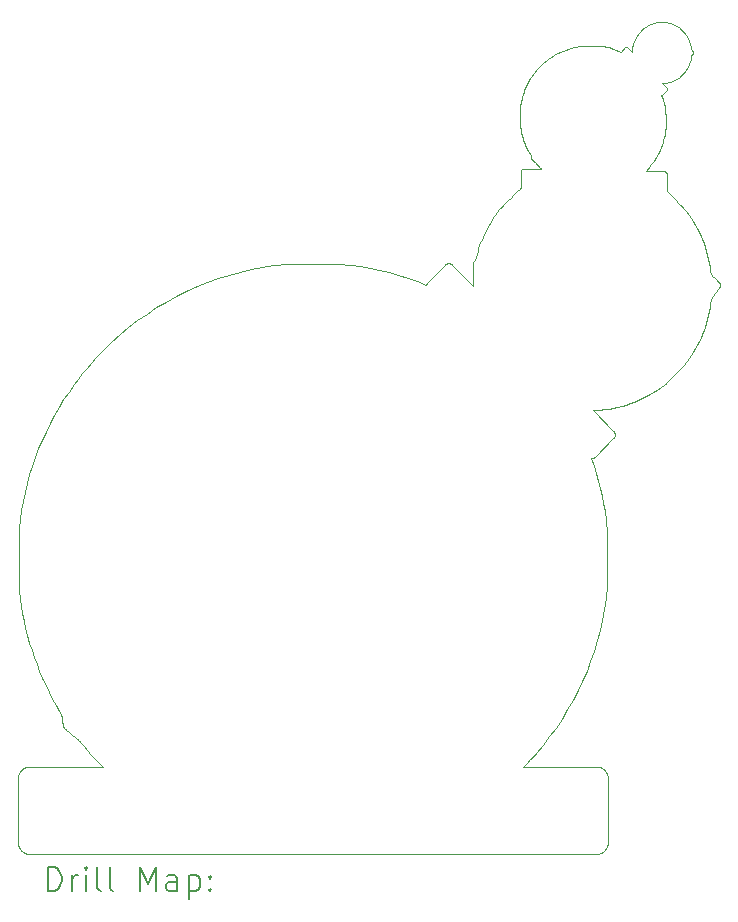
<source format=gbr>
%TF.GenerationSoftware,KiCad,Pcbnew,(6.0.9)*%
%TF.CreationDate,2023-05-26T18:19:01-07:00*%
%TF.ProjectId,DC31_Cnet_Badge_SAO,44433331-5f43-46e6-9574-5f4261646765,rev?*%
%TF.SameCoordinates,Original*%
%TF.FileFunction,Drillmap*%
%TF.FilePolarity,Positive*%
%FSLAX45Y45*%
G04 Gerber Fmt 4.5, Leading zero omitted, Abs format (unit mm)*
G04 Created by KiCad (PCBNEW (6.0.9)) date 2023-05-26 18:19:01*
%MOMM*%
%LPD*%
G01*
G04 APERTURE LIST*
%ADD10C,0.049645*%
%ADD11C,0.200000*%
G04 APERTURE END LIST*
D10*
X15458622Y-7952541D02*
X15455494Y-7952482D01*
X15146201Y-8162864D02*
X15145768Y-8163113D01*
X10365294Y-13809899D02*
X10367006Y-13813839D01*
X15489758Y-11010597D02*
X15493673Y-11007127D01*
X15795892Y-10594355D02*
X15807936Y-10563221D01*
X15471588Y-9214260D02*
X15470312Y-9214208D01*
X10419441Y-13952588D02*
X10426384Y-13958835D01*
X15449332Y-7952476D02*
X15449332Y-7952476D01*
X10014230Y-12784944D02*
X10016596Y-12809110D01*
X15594561Y-9481897D02*
X15574543Y-9461222D01*
X15636498Y-9526000D02*
X15625181Y-9513902D01*
X14977642Y-14296818D02*
X14974671Y-14293031D01*
X15537296Y-7967573D02*
X15528116Y-7964391D01*
X12270002Y-10004132D02*
X12238577Y-10005405D01*
X15207739Y-8152481D02*
X15207535Y-8152877D01*
X13457979Y-10174903D02*
X13457515Y-10175773D01*
X13457071Y-10176656D02*
X13456647Y-10177549D01*
X15056096Y-11450864D02*
X15056235Y-11448869D01*
X15485608Y-8862550D02*
X15486271Y-8856471D01*
X14966778Y-12923572D02*
X14980368Y-12833729D01*
X14864228Y-11646790D02*
X14866616Y-11646593D01*
X15477635Y-8664465D02*
X15474252Y-8648890D01*
X15684915Y-8111891D02*
X15681620Y-8104109D01*
X15477701Y-9215435D02*
X15476520Y-9215083D01*
X14989660Y-14317775D02*
X14987655Y-14313335D01*
X15873440Y-10296829D02*
X15873440Y-10296829D01*
X14985445Y-14309012D02*
X14983035Y-14304815D01*
X14959420Y-12029201D02*
X14946258Y-11964395D01*
X10035417Y-14282460D02*
X10031818Y-14285888D01*
X14341252Y-14196553D02*
X14354253Y-14182714D01*
X15408573Y-9093479D02*
X15419415Y-9073965D01*
X14983411Y-12184230D02*
X14980368Y-12159610D01*
X14786415Y-8153340D02*
X14783460Y-8153609D01*
X15203086Y-8176851D02*
X15203089Y-8178405D01*
X10055475Y-14268336D02*
X10051215Y-14270747D01*
X13666304Y-9999936D02*
X13664541Y-9999022D01*
X15208933Y-8148847D02*
X15208933Y-8148847D01*
X15713398Y-8223313D02*
X15713398Y-8223313D01*
X15706211Y-8233430D02*
X15707183Y-8231842D01*
X14890141Y-11635300D02*
X15044447Y-11476344D01*
X14283046Y-14256536D02*
X14283046Y-14256536D01*
X15717945Y-8199748D02*
X15717004Y-8198746D01*
X15480597Y-8680101D02*
X15477635Y-8664465D01*
X15472849Y-9214375D02*
X15471588Y-9214260D01*
X10538464Y-14058643D02*
X10552269Y-14074678D01*
X14398813Y-8352369D02*
X14389439Y-8363249D01*
X12982867Y-10036559D02*
X12901456Y-10021946D01*
X15484644Y-8707878D02*
X15483971Y-8701891D01*
X14227163Y-9386101D02*
X14222702Y-9390288D01*
X15768894Y-9731081D02*
X15753704Y-9700746D01*
X15154198Y-8162260D02*
X15153735Y-8162106D01*
X15721873Y-8210187D02*
X15721873Y-8210187D01*
X13460590Y-10170735D02*
X13460030Y-10171543D01*
X15933440Y-10211654D02*
X15935405Y-10208703D01*
X15481097Y-9216816D02*
X15479992Y-9216303D01*
X15447456Y-9013370D02*
X15455280Y-8992552D01*
X10455983Y-13983538D02*
X10463355Y-13989201D01*
X15463106Y-8470347D02*
X15466807Y-8470207D01*
X15946558Y-10183038D02*
X15947100Y-10180501D01*
X15202989Y-8174873D02*
X15203034Y-8175487D01*
X15564050Y-7979246D02*
X15555279Y-7975006D01*
X15710446Y-8227127D02*
X15711812Y-8225334D01*
X15702384Y-9612952D02*
X15683394Y-9584838D01*
X14255749Y-9362322D02*
X14253202Y-9364176D01*
X14260706Y-9358100D02*
X14260825Y-9358592D01*
X10010107Y-14318415D02*
X10008348Y-14322979D01*
X15201983Y-8197038D02*
X15201823Y-8203243D01*
X13455862Y-10179369D02*
X13455862Y-10179369D01*
X13223032Y-10096298D02*
X13143714Y-10073760D01*
X15709638Y-8191465D02*
X15708489Y-8190395D01*
X15454706Y-8470481D02*
X15459016Y-8470438D01*
X15864603Y-10336155D02*
X15865634Y-10328990D01*
X15947538Y-10175873D02*
X15947501Y-10174778D01*
X15252909Y-8054692D02*
X15252909Y-8054692D01*
X15947401Y-10173696D02*
X15947236Y-10172623D01*
X14256782Y-8658645D02*
X14254262Y-8677445D01*
X15318125Y-9211934D02*
X15318125Y-9211934D01*
X13853588Y-9991244D02*
X13853282Y-9992896D01*
X14879755Y-13275510D02*
X14906337Y-13188803D01*
X15293764Y-8011451D02*
X15292553Y-8012615D01*
X15703218Y-8185485D02*
X15702184Y-8177631D01*
X15459120Y-8570334D02*
X15459584Y-8569955D01*
X13875384Y-9959566D02*
X13874476Y-9961174D01*
X15202273Y-8169595D02*
X15202503Y-8171527D01*
X15398551Y-7958629D02*
X15390932Y-7960512D01*
X15207535Y-8152877D02*
X15207310Y-8153277D01*
X14222702Y-9390288D02*
X14217820Y-9394979D01*
X15705216Y-8235145D02*
X15706211Y-8233430D01*
X10059834Y-14987866D02*
X10064300Y-14989847D01*
X15807936Y-10563221D02*
X15819020Y-10531693D01*
X14260498Y-9357111D02*
X14260597Y-9357606D01*
X15024414Y-8174242D02*
X15003535Y-8168592D01*
X13857057Y-10048161D02*
X13857223Y-10050620D01*
X15207062Y-8153687D02*
X15206787Y-8154113D01*
X15708489Y-8190395D02*
X15708489Y-8190395D01*
X14258138Y-9220926D02*
X14260154Y-9354613D01*
X15422676Y-7954308D02*
X15418328Y-7954901D01*
X10567304Y-14092670D02*
X10581269Y-14109213D01*
X15719945Y-8214462D02*
X15720322Y-8213817D01*
X10055467Y-14985668D02*
X10059834Y-14987866D01*
X15351800Y-11106009D02*
X15383487Y-11087119D01*
X13929116Y-9794943D02*
X13919347Y-9819640D01*
X14997524Y-14356788D02*
X14997394Y-14351631D01*
X15870044Y-10306418D02*
X15871180Y-10302466D01*
X14352348Y-8412729D02*
X14341966Y-8428771D01*
X14868983Y-11646250D02*
X14871323Y-11645766D01*
X14400616Y-9161818D02*
X14404619Y-9166367D01*
X14995491Y-14336589D02*
X14994373Y-14331740D01*
X14989687Y-12687882D02*
X14990192Y-12638248D01*
X15501267Y-8523241D02*
X15501279Y-8522726D01*
X15938275Y-10156982D02*
X15935610Y-10153867D01*
X13639332Y-9995833D02*
X13637400Y-9996282D01*
X15300710Y-8005445D02*
X15300710Y-8005445D01*
X15155980Y-8163113D02*
X15155547Y-8162864D01*
X15483222Y-9217992D02*
X15482175Y-9217379D01*
X14363248Y-8396997D02*
X14352348Y-8412729D01*
X14871323Y-11645766D02*
X14873629Y-11645141D01*
X14987651Y-14940679D02*
X14989656Y-14936238D01*
X10010104Y-14935586D02*
X10012083Y-14940058D01*
X14252745Y-8741322D02*
X14253022Y-8760799D01*
X10097664Y-14256658D02*
X10092732Y-14257024D01*
X14351535Y-9113424D02*
X14351725Y-9113771D01*
X15202234Y-8191438D02*
X15202097Y-8194145D01*
X15151356Y-8161692D02*
X15150874Y-8161680D01*
X15208397Y-8150841D02*
X15208250Y-8151271D01*
X12500312Y-10002481D02*
X12358781Y-10002783D01*
X15148482Y-8161976D02*
X15148013Y-8162106D01*
X10102621Y-14997473D02*
X14897427Y-14997473D01*
X14266019Y-9202650D02*
X14265140Y-9203485D01*
X14259463Y-9212580D02*
X14259100Y-9213724D01*
X15045880Y-11418985D02*
X15044447Y-11417433D01*
X15004593Y-11226445D02*
X15041287Y-11220199D01*
X15501279Y-8522726D02*
X15501267Y-8522211D01*
X14949338Y-14271061D02*
X14945146Y-14268647D01*
X15501083Y-8520691D02*
X15500974Y-8520195D01*
X14253202Y-9364176D02*
X14251942Y-9365121D01*
X14342991Y-9081607D02*
X14342991Y-9081607D01*
X10016687Y-14948694D02*
X10019306Y-14952843D01*
X15847416Y-9955931D02*
X15839246Y-9922638D01*
X14355367Y-9118054D02*
X14356755Y-9119443D01*
X14256743Y-8844205D02*
X14259225Y-8859587D01*
X14192077Y-9420709D02*
X14174074Y-9439116D01*
X15501230Y-8521700D02*
X15501168Y-8521193D01*
X14269286Y-8906093D02*
X14273471Y-8921604D01*
X15487363Y-8826494D02*
X15487301Y-8814214D01*
X15491695Y-9226465D02*
X15491034Y-9225449D01*
X15453704Y-8572374D02*
X15454287Y-8572320D01*
X15656806Y-8060083D02*
X15651851Y-8053245D01*
X15208801Y-8149397D02*
X15208669Y-8149910D01*
X10019637Y-12833729D02*
X10019637Y-12833729D01*
X15055541Y-11438917D02*
X15055125Y-11436956D01*
X14997524Y-14897221D02*
X14997524Y-14356788D01*
X10704588Y-10748747D02*
X10662957Y-10792474D01*
X14206392Y-9406255D02*
X14192077Y-9420709D01*
X15911055Y-10128138D02*
X15905858Y-10123023D01*
X13974406Y-9698076D02*
X13962201Y-9721899D01*
X15605084Y-8005445D02*
X15605084Y-8005445D01*
X15498321Y-8515388D02*
X15454706Y-8470481D01*
X14977636Y-14957196D02*
X14980427Y-14953266D01*
X14272798Y-8584592D02*
X14267916Y-8602903D01*
X14957316Y-14977549D02*
X14961097Y-14974572D01*
X15796344Y-9793211D02*
X15783111Y-9761910D01*
X15920937Y-10138096D02*
X15916133Y-10133214D01*
X10014230Y-12208403D02*
X10012456Y-12234853D01*
X14595799Y-8205678D02*
X14574554Y-8215985D01*
X10597165Y-14127371D02*
X10614747Y-14146900D01*
X14409044Y-9171260D02*
X14413830Y-9176437D01*
X13647262Y-9995025D02*
X13647262Y-9995025D01*
X13873471Y-9962824D02*
X13872361Y-9964536D01*
X15471374Y-7953144D02*
X15461785Y-7952631D01*
X13853056Y-9995029D02*
X13852906Y-9997590D01*
X15944908Y-10188774D02*
X15944908Y-10188774D01*
X14803738Y-8152567D02*
X14799651Y-8152650D01*
X15052537Y-11429337D02*
X15051658Y-11427507D01*
X15485608Y-8862550D02*
X15485608Y-8862550D01*
X14882397Y-11641271D02*
X14884444Y-11639971D01*
X15341161Y-9187747D02*
X15343550Y-9185011D01*
X14252508Y-8713502D02*
X14252570Y-8725781D01*
X14990496Y-12496695D02*
X14990496Y-12496695D01*
X10361291Y-13801837D02*
X10363395Y-13805917D01*
X15916133Y-10133214D02*
X15911055Y-10128138D01*
X15496709Y-9379546D02*
X15496851Y-9378970D01*
X10006812Y-14327625D02*
X10005503Y-14332346D01*
X14418913Y-9181837D02*
X14424234Y-9187397D01*
X15722526Y-8206989D02*
X15722517Y-8206718D01*
X15488413Y-8467924D02*
X15497530Y-8466377D01*
X15055541Y-11454828D02*
X15055865Y-11452851D01*
X14982472Y-8163666D02*
X14961240Y-8159474D01*
X14349295Y-9100210D02*
X14349295Y-9100210D01*
X15500974Y-8525257D02*
X15501083Y-8524761D01*
X13631777Y-9998198D02*
X13629972Y-9999022D01*
X15885686Y-10275845D02*
X15889713Y-10269684D01*
X15208933Y-8148847D02*
X15208801Y-8149397D01*
X14371687Y-8385528D02*
X14363248Y-8396997D01*
X14996370Y-14912486D02*
X14997007Y-14907469D01*
X15202354Y-8160240D02*
X15202215Y-8160474D01*
X15868914Y-10311080D02*
X15870044Y-10306418D01*
X10008345Y-14931023D02*
X10010104Y-14935586D01*
X10003578Y-14912024D02*
X10004423Y-14916869D01*
X10005501Y-14921656D02*
X10006809Y-14926377D01*
X15499846Y-8528056D02*
X15500089Y-8527614D01*
X14553754Y-8227098D02*
X14533436Y-8239000D01*
X15925309Y-10142628D02*
X15920937Y-10138096D01*
X14250697Y-9366085D02*
X14242800Y-9372432D01*
X15218429Y-8118106D02*
X15216171Y-8124264D01*
X14370948Y-9131665D02*
X14372743Y-9132998D01*
X13887224Y-9918763D02*
X13881055Y-9943363D01*
X15346960Y-7976661D02*
X15339978Y-7980136D01*
X14897436Y-14256536D02*
X14283046Y-14256536D01*
X15699415Y-8160699D02*
X15697638Y-8152342D01*
X14374462Y-9134213D02*
X14374462Y-9134213D01*
X14700244Y-13692605D02*
X14742237Y-13611649D01*
X10019311Y-14301158D02*
X10016692Y-14305307D01*
X10476663Y-11019163D02*
X10476663Y-11019163D01*
X14875896Y-11644377D02*
X14878117Y-11643476D01*
X15003535Y-8168592D02*
X14982472Y-8163666D01*
X10078213Y-14994453D02*
X10082994Y-14995532D01*
X14884444Y-11639971D02*
X14886422Y-11638541D01*
X13633619Y-9997466D02*
X13631777Y-9998198D01*
X10719284Y-14256536D02*
X10102629Y-14256536D01*
X14260154Y-9354613D02*
X14260154Y-9354613D01*
X15413985Y-7955577D02*
X15413985Y-7955577D01*
X15678276Y-8326129D02*
X15681729Y-8318615D01*
X15753704Y-9700746D02*
X15737549Y-9670930D01*
X15721673Y-8204273D02*
X15721485Y-8203976D01*
X15144933Y-8163681D02*
X15144532Y-8164001D01*
X15608930Y-8008608D02*
X15607046Y-8007019D01*
X15105786Y-8203830D02*
X15105786Y-8203830D01*
X15045094Y-8180603D02*
X15024414Y-8174242D01*
X15452528Y-8572375D02*
X15453117Y-8572392D01*
X14742237Y-13611649D02*
X14781221Y-13529380D01*
X15869771Y-10089400D02*
X15869771Y-10089400D01*
X14777383Y-8154273D02*
X14753896Y-8157523D01*
X14457711Y-8294169D02*
X14440349Y-8309767D01*
X15054617Y-11435014D02*
X15054016Y-11433095D01*
X15605084Y-8417513D02*
X15607045Y-8415937D01*
X10348020Y-11215558D02*
X10309349Y-11283296D01*
X15455436Y-8572110D02*
X15455998Y-8571954D01*
X14372743Y-9132998D02*
X14374462Y-9134213D01*
X14351414Y-9113129D02*
X14351414Y-9113129D01*
X15722451Y-8206185D02*
X15722394Y-8205920D01*
X15495789Y-9382363D02*
X15495789Y-9382363D01*
X10019306Y-14952843D02*
X10022131Y-14956868D01*
X15515494Y-8462299D02*
X15524325Y-8459775D01*
X14961240Y-8159474D02*
X14939854Y-8156030D01*
X14997394Y-14351631D02*
X14997008Y-14346541D01*
X10380064Y-13880891D02*
X10382281Y-13896621D01*
X15051658Y-11427507D02*
X15050687Y-11425714D01*
X10079275Y-11857397D02*
X10060793Y-11932275D01*
X15722117Y-8205117D02*
X15721988Y-8204842D01*
X15647259Y-10849361D02*
X15654300Y-10841059D01*
X14556583Y-13926779D02*
X14607380Y-13850251D01*
X14348092Y-9093174D02*
X14348351Y-9094382D01*
X15573355Y-10927230D02*
X15613675Y-10885507D01*
X10028729Y-12895774D02*
X10039608Y-12958125D01*
X15838255Y-10467591D02*
X15846378Y-10435084D01*
X10272823Y-11352070D02*
X10238468Y-11421819D01*
X14086290Y-9530498D02*
X14077676Y-9540122D01*
X15703591Y-8238458D02*
X15703870Y-8237662D01*
X15149146Y-11193575D02*
X15184244Y-11182115D01*
X14380407Y-8374291D02*
X14371687Y-8385528D01*
X14424234Y-9187397D02*
X14429729Y-9193057D01*
X15695454Y-8279487D02*
X15697466Y-8271409D01*
X15616076Y-8407543D02*
X15619628Y-8403955D01*
X13919347Y-9819640D02*
X13910248Y-9844423D01*
X15202637Y-8172437D02*
X15202783Y-8173290D01*
X15865637Y-10057671D02*
X15865637Y-10057671D01*
X10477387Y-13999291D02*
X10481270Y-14002050D01*
X14983035Y-14304815D02*
X14980432Y-14300748D01*
X10028394Y-14289490D02*
X10025165Y-14293242D01*
X14869109Y-11236720D02*
X14886427Y-11236550D01*
X15146643Y-8162639D02*
X15146201Y-8162864D01*
X14922443Y-14994312D02*
X14927193Y-14992960D01*
X14513636Y-8251675D02*
X14494391Y-8265106D01*
X10384212Y-13908702D02*
X10384993Y-13912838D01*
X15155105Y-8162639D02*
X15154655Y-8162438D01*
X14313180Y-9026915D02*
X14320196Y-9041095D01*
X13866637Y-9972457D02*
X13866637Y-9972457D01*
X15573355Y-10927230D02*
X15573355Y-10927230D01*
X14256743Y-8844205D02*
X14256743Y-8844205D01*
X13623185Y-10003205D02*
X13621613Y-10004465D01*
X15500687Y-8526227D02*
X15500842Y-8525746D01*
X14413830Y-9176437D02*
X14418913Y-9181837D01*
X10002604Y-14902191D02*
X10002971Y-14907129D01*
X15438865Y-9033891D02*
X15447456Y-9013370D01*
X13879439Y-9949568D02*
X13878875Y-9951385D01*
X15674595Y-8333519D02*
X15678276Y-8326129D01*
X15709252Y-8228762D02*
X15710446Y-8227127D01*
X15266095Y-8039684D02*
X15262607Y-8043348D01*
X13675848Y-10007235D02*
X13675848Y-10007235D01*
X14946258Y-11964395D02*
X14931337Y-11899914D01*
X14854588Y-11646101D02*
X14856999Y-11646499D01*
X15507892Y-9393685D02*
X15501516Y-9387627D01*
X13635494Y-9996827D02*
X13633619Y-9997466D01*
X15722394Y-8205920D02*
X15722319Y-8205655D01*
X15460028Y-8569545D02*
X15498321Y-8530064D01*
X14922451Y-14259699D02*
X14917609Y-14258578D01*
X15056281Y-11446871D02*
X15056235Y-11444873D01*
X15700932Y-8169130D02*
X15699415Y-8160699D01*
X13855494Y-9987739D02*
X13854537Y-9989188D01*
X14254262Y-8677445D02*
X14253600Y-8683525D01*
X13950568Y-9746019D02*
X13939532Y-9770385D01*
X15449332Y-7952476D02*
X15444781Y-7952575D01*
X15494252Y-9231985D02*
X15493845Y-9230827D01*
X14936397Y-14264424D02*
X14931852Y-14262628D01*
X14971525Y-14289393D02*
X14968211Y-14285912D01*
X15700732Y-8255070D02*
X15701977Y-8246825D01*
X15440285Y-7952757D02*
X15435834Y-7953021D01*
X15712159Y-8193881D02*
X15710874Y-8192640D01*
X15697466Y-8271409D02*
X15699227Y-8263267D01*
X15056096Y-11442879D02*
X15055865Y-11440892D01*
X10030950Y-12083442D02*
X10019637Y-12159610D01*
X14231303Y-9382318D02*
X14227163Y-9386101D01*
X10386823Y-13917995D02*
X10389092Y-13921338D01*
X14854588Y-11646101D02*
X14854588Y-11646101D01*
X15929095Y-10146658D02*
X15929095Y-10146658D01*
X14574554Y-8215985D02*
X14553754Y-8227098D01*
X14387174Y-14146207D02*
X14446443Y-14074839D01*
X15486848Y-8779196D02*
X15486848Y-8779196D01*
X15206146Y-8155034D02*
X15205367Y-8156082D01*
X15202864Y-8173776D02*
X15202932Y-8174303D01*
X15396999Y-9112617D02*
X15408573Y-9093479D01*
X10002481Y-14356788D02*
X10002481Y-14356788D01*
X15319460Y-11123694D02*
X15351800Y-11106009D01*
X14902830Y-11236206D02*
X14917668Y-11235667D01*
X15932556Y-10150439D02*
X15929095Y-10146658D01*
X15721485Y-8203976D02*
X15721277Y-8203669D01*
X10514254Y-14032142D02*
X10519905Y-14038095D01*
X15684951Y-8310985D02*
X15687938Y-8303250D01*
X13894162Y-9894038D02*
X13887224Y-9918763D01*
X15497480Y-9374259D02*
X15497494Y-9373661D01*
X15496383Y-9380686D02*
X15496553Y-9380118D01*
X15497530Y-8466377D02*
X15506560Y-8464501D01*
X14997524Y-14356788D02*
X14997524Y-14356788D01*
X14259100Y-9213724D02*
X14258794Y-9214888D01*
X10019637Y-12159610D02*
X10019637Y-12159610D01*
X15582531Y-8433347D02*
X15590230Y-8428361D01*
X14058253Y-9564368D02*
X14058253Y-9564368D01*
X15049624Y-11469801D02*
X15050687Y-11468045D01*
X10010353Y-12305492D02*
X10009857Y-12355134D01*
X15202576Y-8186726D02*
X15202393Y-8188954D01*
X14869109Y-11236720D02*
X14869109Y-11236720D01*
X14878117Y-11643476D02*
X14880286Y-11642440D01*
X14730561Y-8161714D02*
X14707415Y-8166830D01*
X15202503Y-8171527D02*
X15202637Y-8172437D01*
X15049624Y-11423961D02*
X15048468Y-11422253D01*
X15501516Y-9387627D02*
X15495789Y-9382363D01*
X15497494Y-9373062D02*
X15497494Y-9373062D01*
X14359935Y-9122447D02*
X14361678Y-9124018D01*
X15720322Y-8213817D02*
X15720654Y-8213200D01*
X15506560Y-8464501D02*
X15515494Y-8462299D01*
X13672885Y-10004465D02*
X13671317Y-10003205D01*
X14259902Y-8639944D02*
X14256782Y-8658645D01*
X15693308Y-8135877D02*
X15690761Y-8127781D01*
X15157605Y-8164344D02*
X15157216Y-8164001D01*
X10263975Y-13626021D02*
X10292674Y-13681637D01*
X15454287Y-8572320D02*
X15454865Y-8572232D01*
X14387174Y-14146207D02*
X14387174Y-14146207D01*
X15643187Y-8379625D02*
X15645909Y-8376709D01*
X15597306Y-7999557D02*
X15589298Y-7993988D01*
X15150392Y-8161692D02*
X15149911Y-8161727D01*
X14912680Y-14257695D02*
X14907670Y-14257056D01*
X14985783Y-12208403D02*
X14983411Y-12184230D01*
X15904361Y-10249674D02*
X15910750Y-10241536D01*
X10009857Y-12638248D02*
X10011192Y-12727058D01*
X13671317Y-10003205D02*
X13669695Y-10002029D01*
X15499297Y-8516551D02*
X15498992Y-8516148D01*
X15319746Y-7991850D02*
X15313259Y-7996176D01*
X15232093Y-8087906D02*
X15229064Y-8093824D01*
X13653235Y-9995481D02*
X13651260Y-9995229D01*
X15722517Y-8206718D02*
X15722492Y-8206450D01*
X15717004Y-8198746D02*
X15715915Y-8197621D01*
X15721277Y-8203669D02*
X15720796Y-8203019D01*
X13856571Y-10043760D02*
X13856840Y-10045876D01*
X10044677Y-12007644D02*
X10030950Y-12083442D01*
X15148955Y-8161869D02*
X15148482Y-8161976D01*
X13910248Y-9844423D02*
X13901845Y-9869240D01*
X14783460Y-8153609D02*
X14777383Y-8154273D01*
X15498321Y-8530064D02*
X15498666Y-8529692D01*
X14000431Y-9651538D02*
X13987157Y-9674605D01*
X15148013Y-8162106D02*
X15147550Y-8162260D01*
X14280130Y-9196567D02*
X14278920Y-9196699D01*
X15685899Y-10798371D02*
X15704268Y-10770956D01*
X15435834Y-7953021D02*
X15431421Y-7953367D01*
X14980368Y-12833729D02*
X14983412Y-12809110D01*
X14353115Y-9115613D02*
X14354145Y-9116770D01*
X15384701Y-9131359D02*
X15396999Y-9112617D01*
X15298749Y-8007020D02*
X15297812Y-8007802D01*
X11973934Y-10045529D02*
X11880170Y-10067613D01*
X10793233Y-10661768D02*
X10747971Y-10705225D01*
X14265140Y-9203485D02*
X14265140Y-9203485D01*
X10097655Y-14997350D02*
X10102621Y-14997473D01*
X15454865Y-8572232D02*
X15455436Y-8572110D01*
X14260202Y-9355115D02*
X14260261Y-9355616D01*
X15207924Y-8152085D02*
X15207739Y-8152481D01*
X15737549Y-9670930D02*
X15720439Y-9641658D01*
X14267916Y-8602903D02*
X14263615Y-8621359D01*
X14352300Y-9114606D02*
X14353115Y-9115613D01*
X14970799Y-12094287D02*
X14959420Y-12029201D01*
X13621613Y-10004465D02*
X13620098Y-10005809D01*
X15497809Y-11003349D02*
X15502265Y-10999166D01*
X10082513Y-13145679D02*
X10100080Y-13207920D01*
X15201823Y-8203243D02*
X15201750Y-8209773D01*
X15499582Y-8528485D02*
X15499846Y-8528056D01*
X15719517Y-8215147D02*
X15719945Y-8214462D01*
X14251942Y-9365121D02*
X14250697Y-9366085D01*
X15491034Y-9225449D02*
X15490329Y-9224467D01*
X15455998Y-8571954D02*
X15456551Y-8571765D01*
X15931210Y-10214851D02*
X15933440Y-10211654D01*
X10363395Y-13805917D02*
X10365294Y-13809899D01*
X15670689Y-8340777D02*
X15674595Y-8333519D01*
X13866637Y-9972457D02*
X13862241Y-9978320D01*
X10477387Y-13999291D02*
X10477387Y-13999291D01*
X14914683Y-11835800D02*
X14896323Y-11772098D01*
X15474092Y-9214551D02*
X15472849Y-9214375D01*
X10002971Y-14346877D02*
X10002604Y-14351815D01*
X14980427Y-14953266D02*
X14983031Y-14949199D01*
X14277724Y-9196890D02*
X14276543Y-9197139D01*
X14283018Y-8952443D02*
X14288355Y-8967703D01*
X15205367Y-8156082D02*
X15205367Y-8156082D01*
X15201750Y-8209773D02*
X15157980Y-8164712D01*
X15482175Y-9217379D02*
X15481097Y-9216816D01*
X14258222Y-9218475D02*
X14258149Y-9219696D01*
X15144532Y-8164001D02*
X15144144Y-8164344D01*
X15782904Y-10625059D02*
X15795892Y-10594355D01*
X15210462Y-8142734D02*
X15208933Y-8148847D01*
X15720654Y-8213200D02*
X15720947Y-8212603D01*
X13852830Y-10003777D02*
X13853033Y-10011020D01*
X10662957Y-10792474D02*
X10622952Y-10836549D01*
X15938654Y-10203361D02*
X15939992Y-10200886D01*
X14803738Y-8152567D02*
X14803738Y-8152567D01*
X10292674Y-13681637D02*
X10322555Y-13735825D01*
X13853290Y-10125598D02*
X13852829Y-10137261D01*
X15545162Y-9431042D02*
X15523648Y-9409220D01*
X15444767Y-11045776D02*
X15474291Y-11023348D01*
X14935255Y-8155463D02*
X14929782Y-8154973D01*
X15500510Y-8526699D02*
X15500687Y-8526227D01*
X15708489Y-8190395D02*
X15703218Y-8185485D01*
X15853486Y-10402320D02*
X15859566Y-10369332D01*
X10016692Y-14305307D02*
X10014282Y-14309571D01*
X15945822Y-10185782D02*
X15946558Y-10183038D01*
X15721873Y-8210187D02*
X15722100Y-8209444D01*
X10031812Y-14968114D02*
X10031812Y-14968114D01*
X13857223Y-10050620D02*
X13857338Y-10053258D01*
X15406237Y-7956983D02*
X15398551Y-7958629D01*
X13301535Y-10121429D02*
X13223032Y-10096298D01*
X15605084Y-8417513D02*
X15605084Y-8417513D01*
X15486271Y-8856471D02*
X15486767Y-8850499D01*
X15493384Y-9229695D02*
X15492871Y-9228589D01*
X15550864Y-10950367D02*
X15573355Y-10927230D01*
X14377361Y-14157402D02*
X14387174Y-14146207D01*
X10633766Y-14167555D02*
X10653977Y-14189092D01*
X13456244Y-10178454D02*
X13455862Y-10179369D01*
X14235222Y-9378844D02*
X14231303Y-9382318D01*
X14991448Y-14931686D02*
X14993022Y-14927029D01*
X10937960Y-10536344D02*
X10864277Y-10597651D01*
X15449332Y-7952476D02*
X15449332Y-7952476D01*
X13618642Y-10007235D02*
X13618642Y-10007235D01*
X10008348Y-14322979D02*
X10006812Y-14327625D01*
X15245509Y-8065239D02*
X15241972Y-8070729D01*
X15707183Y-8231842D02*
X15708181Y-8230310D01*
X15335521Y-9193929D02*
X15338472Y-9190731D01*
X13458462Y-10174044D02*
X13457979Y-10174903D01*
X15613675Y-10885507D02*
X15627701Y-10870759D01*
X15466260Y-8617959D02*
X15461669Y-8602619D01*
X15113598Y-11203752D02*
X15149146Y-11193575D01*
X14906337Y-13188803D02*
X14929726Y-13101190D01*
X10176365Y-11564000D02*
X10148667Y-11636311D01*
X14989656Y-14936238D02*
X14991448Y-14931686D01*
X10481270Y-14002050D02*
X10485342Y-14005174D01*
X14980368Y-12159610D02*
X14980368Y-12159610D01*
X14348833Y-9097068D02*
X14349295Y-9100210D01*
X14931337Y-11899914D02*
X14914683Y-11835800D01*
X15461785Y-7952631D02*
X15461785Y-7952631D01*
X15202576Y-8186726D02*
X15202576Y-8186726D01*
X13858388Y-9983608D02*
X13855494Y-9987739D01*
X15451937Y-8572322D02*
X15452528Y-8572375D01*
X13855124Y-10034711D02*
X13855663Y-10038372D01*
X11173360Y-10369990D02*
X11092650Y-10422443D01*
X14259225Y-8859587D02*
X14262150Y-8875051D01*
X15496553Y-9380118D02*
X15496709Y-9379546D01*
X14990192Y-12638248D02*
X14990434Y-12575428D01*
X15693193Y-8287492D02*
X15695454Y-8279487D01*
X15487302Y-8836185D02*
X15487363Y-8826494D01*
X15558442Y-8446516D02*
X15566628Y-8442428D01*
X14914942Y-8154177D02*
X14904940Y-8153847D01*
X15871180Y-10302466D02*
X15872315Y-10299259D01*
X10238468Y-11421819D02*
X10206307Y-11492483D01*
X15202118Y-8160751D02*
X15202042Y-8161160D01*
X15208250Y-8151271D02*
X15208094Y-8151684D01*
X14917668Y-11235667D02*
X14924298Y-11235318D01*
X15498666Y-8515760D02*
X15498321Y-8515388D01*
X14305735Y-8495730D02*
X14298030Y-8513093D01*
X10372346Y-13830298D02*
X10373394Y-13834866D01*
X14253022Y-8760799D02*
X14253618Y-8795816D01*
X14381067Y-9139820D02*
X14382364Y-9141102D01*
X15674300Y-8088902D02*
X15670280Y-8081489D01*
X15202097Y-8194145D02*
X15201983Y-8197038D01*
X15056235Y-11444873D02*
X15056096Y-11442879D01*
X15649806Y-8372270D02*
X15651355Y-8370336D01*
X10014278Y-14944430D02*
X10016687Y-14948694D01*
X15413985Y-7955577D02*
X15406237Y-7956983D01*
X15546356Y-7971114D02*
X15537296Y-7967573D01*
X10622952Y-10836549D02*
X10584446Y-10881113D01*
X14949886Y-13012753D02*
X14966778Y-12923572D01*
X13856063Y-10085992D02*
X13855217Y-10095705D01*
X13657120Y-9996282D02*
X13655189Y-9995833D01*
X13857401Y-10056082D02*
X13857374Y-10062306D01*
X14259569Y-9359543D02*
X14258301Y-9360477D01*
X15065559Y-8187662D02*
X15045094Y-8180603D01*
X10206307Y-11492483D02*
X10176365Y-11564000D01*
X15147550Y-8162260D02*
X15147093Y-8162438D01*
X15704148Y-8237058D02*
X15704148Y-8237058D01*
X15687963Y-8119784D02*
X15684915Y-8111891D01*
X15507142Y-10994481D02*
X15518561Y-10983214D01*
X15458137Y-8571002D02*
X15458637Y-8570684D01*
X15201750Y-8209773D02*
X15201750Y-8209773D01*
X10004424Y-14337134D02*
X10003579Y-14341980D01*
X15638881Y-8038800D02*
X15634712Y-8034462D01*
X15459584Y-8569955D02*
X15460028Y-8569545D01*
X13462382Y-10168397D02*
X13461767Y-10169162D01*
X14070634Y-9548424D02*
X14064412Y-9556231D01*
X13637400Y-9996282D02*
X13635494Y-9996827D01*
X14260883Y-9209283D02*
X14260355Y-9210357D01*
X14929782Y-8154973D02*
X14923117Y-8154548D01*
X10494090Y-14012560D02*
X10498784Y-14016840D01*
X14389439Y-8363249D02*
X14380407Y-8374291D01*
X14346421Y-9087942D02*
X14346820Y-9088927D01*
X12500312Y-10002481D02*
X12500312Y-10002481D01*
X14255899Y-8838104D02*
X14256743Y-8844205D01*
X15457622Y-8571288D02*
X15458137Y-8571002D01*
X10031818Y-14285888D02*
X10028394Y-14289490D01*
X15703037Y-8240596D02*
X15703313Y-8239439D01*
X15326365Y-7987733D02*
X15319746Y-7991850D01*
X14254268Y-8817788D02*
X14254693Y-8825571D01*
X14278920Y-9196699D02*
X14277724Y-9196890D01*
X10051215Y-14270747D02*
X10047072Y-14273369D01*
X15704148Y-8237058D02*
X15705216Y-8235145D01*
X15361245Y-7970373D02*
X15354051Y-7973406D01*
X14408560Y-8341616D02*
X14398813Y-8352369D01*
X15865634Y-10328990D02*
X15866701Y-10322399D01*
X10431702Y-11083431D02*
X10388812Y-11148916D01*
X13655189Y-9995833D02*
X13653235Y-9995481D01*
X15223437Y-8105870D02*
X15220853Y-8111971D01*
X15202215Y-8160474D02*
X15202215Y-8160474D01*
X10073506Y-14260862D02*
X10068866Y-14262398D01*
X15212182Y-8136591D02*
X15210462Y-8142734D01*
X14988839Y-12266307D02*
X14987565Y-12234853D01*
X15286166Y-8019002D02*
X15281697Y-8023573D01*
X13869777Y-9968239D02*
X13866637Y-9972457D01*
X13662738Y-9998198D02*
X13660898Y-9997466D01*
X12163434Y-10012609D02*
X12068404Y-10027170D01*
X10009621Y-12417960D02*
X10009560Y-12496695D01*
X14242800Y-9372432D02*
X14239021Y-9375581D01*
X12901456Y-10021946D02*
X12819466Y-10010025D01*
X14346820Y-9088927D02*
X14347182Y-9089929D01*
X15541641Y-8453771D02*
X15550110Y-8450298D01*
X14924298Y-11235318D02*
X14930293Y-11234912D01*
X15461669Y-8602619D02*
X15456695Y-8587374D01*
X10322555Y-13735825D02*
X10353570Y-13788451D01*
X15619628Y-8403955D02*
X15624097Y-8399385D01*
X14792580Y-8152920D02*
X14789427Y-8153110D01*
X14907670Y-14257056D02*
X14902587Y-14256668D01*
X15208535Y-8150389D02*
X15208397Y-8150841D01*
X10087843Y-14257631D02*
X10083003Y-14258475D01*
X13854199Y-10026924D02*
X13855124Y-10034711D01*
X13852829Y-10137261D02*
X13852172Y-10162271D01*
X10006809Y-14926377D02*
X10008345Y-14931023D01*
X15151837Y-8161727D02*
X15151356Y-8161692D01*
X15152317Y-8161787D02*
X15151837Y-8161727D01*
X15498992Y-8529304D02*
X15499297Y-8528901D01*
X13854537Y-9989188D02*
X13853976Y-9990130D01*
X15294870Y-8010412D02*
X15293764Y-8011451D01*
X15864603Y-10336155D02*
X15864603Y-10336155D01*
X14273111Y-9198227D02*
X14272012Y-9198700D01*
X14262150Y-8875051D02*
X14265508Y-8890564D01*
X10185432Y-13451936D02*
X10210307Y-13511037D01*
X14363248Y-8396997D02*
X14363248Y-8396997D01*
X14258544Y-9216069D02*
X14258354Y-9217265D01*
X10547314Y-10926309D02*
X10511428Y-10972278D01*
X12068404Y-10027170D02*
X11973934Y-10045529D01*
X15704009Y-8237335D02*
X15704148Y-8237058D01*
X15710874Y-8192640D02*
X15709638Y-8191465D01*
X13852832Y-10000525D02*
X13852830Y-10003777D01*
X14260825Y-9358592D02*
X14260825Y-9358592D01*
X15629682Y-8393638D02*
X15639699Y-8383282D01*
X14284285Y-8548463D02*
X14278257Y-8566440D01*
X14258138Y-9220926D02*
X14258138Y-9220926D01*
X15500687Y-8519225D02*
X15500510Y-8518753D01*
X14260330Y-9356115D02*
X14260409Y-9356614D01*
X15157980Y-8164712D02*
X15157980Y-8164712D01*
X15455280Y-8992552D02*
X15462327Y-8971459D01*
X15427038Y-7953796D02*
X15422676Y-7954308D01*
X15703313Y-8239439D02*
X15703591Y-8238458D01*
X15056235Y-11448869D02*
X15056281Y-11446871D01*
X15654300Y-10841059D02*
X15660523Y-10833253D01*
X15572654Y-7983827D02*
X15564050Y-7979246D01*
X15497408Y-9375451D02*
X15497451Y-9374856D01*
X15891113Y-10108986D02*
X15869771Y-10089400D01*
X15478859Y-9215842D02*
X15477701Y-9215435D01*
X15469950Y-8470016D02*
X15469950Y-8470016D01*
X15418328Y-7954901D02*
X15413985Y-7955577D01*
X15532867Y-10968769D02*
X15550864Y-10950367D01*
X15873440Y-10296829D02*
X15877744Y-10289130D01*
X15947432Y-10178127D02*
X15947514Y-10176988D01*
X14639476Y-8187552D02*
X14617452Y-8196195D01*
X14886422Y-11638541D02*
X14888322Y-11636983D01*
X15354051Y-7973406D02*
X15346960Y-7976661D01*
X15660523Y-10833253D02*
X15666682Y-10825118D01*
X15819820Y-9857127D02*
X15808584Y-9824958D01*
X14298030Y-8513093D02*
X14290879Y-8530676D01*
X15944099Y-10164892D02*
X15943342Y-10163692D01*
X15494899Y-9234370D02*
X15494604Y-9233167D01*
X15500310Y-8518290D02*
X15500089Y-8517838D01*
X13853840Y-10114688D02*
X13853290Y-10125598D01*
X15877744Y-10289130D02*
X15881761Y-10282231D01*
X13659024Y-9996827D02*
X13657120Y-9996282D01*
X15044447Y-11417433D02*
X15044447Y-11417433D01*
X10068866Y-14262398D02*
X10064308Y-14264158D01*
X10068858Y-14991607D02*
X10073498Y-14993144D01*
X15629734Y-8029319D02*
X15619663Y-8018993D01*
X14817160Y-13445880D02*
X14850017Y-13361230D01*
X15645142Y-8045441D02*
X15642328Y-8042428D01*
X14707415Y-8166830D02*
X14684495Y-8172852D01*
X14418712Y-8330954D02*
X14408560Y-8341616D01*
X15645909Y-8376709D02*
X15648053Y-8374326D01*
X14880286Y-11642440D02*
X14882397Y-11641271D01*
X10066547Y-13083211D02*
X10082513Y-13145679D01*
X14300096Y-8997742D02*
X14306476Y-9012453D01*
X10377806Y-13863227D02*
X10377806Y-13863227D01*
X10353570Y-13788451D02*
X10353570Y-13788451D01*
X15703870Y-8237662D02*
X15704009Y-8237335D01*
X15501230Y-8523752D02*
X15501267Y-8523241D01*
X15715915Y-8197621D02*
X15714719Y-8196409D01*
X15738405Y-10714259D02*
X15754146Y-10685046D01*
X15475316Y-9214788D02*
X15474092Y-9214551D01*
X10025160Y-14960760D02*
X10028388Y-14964511D01*
X14902578Y-14997341D02*
X14907662Y-14996953D01*
X10064300Y-14989847D02*
X10068858Y-14991607D01*
X15047220Y-11473176D02*
X15048468Y-11471512D01*
X15501279Y-8522726D02*
X15501279Y-8522726D01*
X15497194Y-9377223D02*
X15497280Y-9376635D01*
X14985783Y-12784944D02*
X14987565Y-12758502D01*
X15715471Y-8220677D02*
X15717146Y-8218493D01*
X15501168Y-8521193D02*
X15501083Y-8520691D01*
X13647262Y-9995025D02*
X13645256Y-9995076D01*
X15703218Y-8185485D02*
X15703218Y-8185485D01*
X15155547Y-8162864D02*
X15155105Y-8162639D01*
X10385610Y-13915420D02*
X10385610Y-13915420D01*
X15055865Y-11452851D02*
X15056096Y-11450864D01*
X14377525Y-9136583D02*
X14378649Y-9137563D01*
X15216171Y-8124264D02*
X15214087Y-8130430D01*
X15495789Y-9382363D02*
X15496000Y-9381809D01*
X13460030Y-10171543D02*
X13459488Y-10172364D01*
X14354253Y-14182714D02*
X14366338Y-14169617D01*
X15943186Y-10193737D02*
X15944908Y-10188774D01*
X15313259Y-7996176D02*
X15306912Y-8000709D01*
X15214087Y-8130430D02*
X15212182Y-8136591D01*
X10503703Y-14021524D02*
X10508857Y-14026622D01*
X15157980Y-8164712D02*
X15157605Y-8164344D01*
X13675848Y-10007235D02*
X13674397Y-10005809D01*
X14949330Y-14982952D02*
X14953391Y-14980344D01*
X14253618Y-8795816D02*
X14254268Y-8817788D01*
X15218859Y-11169383D02*
X15252955Y-11155394D01*
X14990434Y-12575428D02*
X14990496Y-12496695D01*
X15338472Y-9190731D02*
X15341161Y-9187747D01*
X15390932Y-7960512D02*
X15383385Y-7962631D01*
X15357967Y-9167576D02*
X15371687Y-9149685D01*
X15722282Y-8208763D02*
X15722417Y-8208134D01*
X15495427Y-9238098D02*
X15495312Y-9236838D01*
X14335113Y-9068474D02*
X14342991Y-9081607D01*
X14929726Y-13101190D02*
X14949886Y-13012753D01*
X14267888Y-9201128D02*
X14266936Y-9201864D01*
X14923117Y-8154548D02*
X14914942Y-8154177D01*
X14281351Y-9196495D02*
X14280130Y-9196567D01*
X14753896Y-8157523D02*
X14730561Y-8161714D01*
X15499582Y-8516967D02*
X15499297Y-8516551D01*
X10016596Y-12809110D02*
X10019637Y-12833729D01*
X15206482Y-8154560D02*
X15206146Y-8155034D01*
X12212159Y-10007187D02*
X12188020Y-10009561D01*
X14904940Y-8153847D02*
X14892792Y-8153546D01*
X15910750Y-10241536D02*
X15919101Y-10230927D01*
X15486252Y-8744179D02*
X15485601Y-8722207D01*
X13878281Y-9953113D02*
X13877646Y-9954773D01*
X15648053Y-8374326D02*
X15649806Y-8372270D01*
X15702184Y-8177631D02*
X15700932Y-8169130D01*
X14349917Y-9104584D02*
X14350522Y-9108477D01*
X14273471Y-8921604D02*
X14278053Y-8937065D01*
X14974665Y-14960983D02*
X14977636Y-14957196D01*
X15613241Y-8410342D02*
X15616076Y-8407543D01*
X10082994Y-14995532D02*
X10087834Y-14996377D01*
X15055125Y-11436956D02*
X15054617Y-11435014D01*
X10525817Y-14044490D02*
X10532001Y-14051336D01*
X14927201Y-14261051D02*
X14922451Y-14259699D01*
X15663478Y-9557340D02*
X15658762Y-9551293D01*
X15722492Y-8206450D02*
X15722451Y-8206185D01*
X15486848Y-8779196D02*
X15486252Y-8744179D01*
X15721774Y-10742908D02*
X15738405Y-10714259D01*
X15905858Y-10123023D02*
X15900698Y-10118023D01*
X15608925Y-8414346D02*
X15609897Y-8413484D01*
X14795960Y-8152767D02*
X14792580Y-8152920D01*
X10078221Y-14259553D02*
X10073506Y-14260862D01*
X15105786Y-8203830D02*
X15085795Y-8195409D01*
X10614747Y-14146900D02*
X10633766Y-14167555D01*
X10389092Y-13921338D02*
X10392319Y-13925362D01*
X14361678Y-9124018D02*
X14363490Y-9125604D01*
X15157216Y-8164001D02*
X15156815Y-8163681D01*
X14356755Y-9119443D02*
X14358286Y-9120915D01*
X15829131Y-10499805D02*
X15838255Y-10467591D01*
X14890141Y-11635300D02*
X14890141Y-11635300D01*
X13856704Y-10077217D02*
X13856063Y-10085992D01*
X15153735Y-8162106D02*
X15153266Y-8161976D01*
X15495312Y-9236838D02*
X15495135Y-9235595D01*
X13620098Y-10005809D02*
X13618642Y-10007235D01*
X13877646Y-9954773D02*
X13876959Y-9956387D01*
X15722227Y-8205388D02*
X15722117Y-8205117D01*
X10035411Y-14971542D02*
X10039158Y-14974774D01*
X15722319Y-8205655D02*
X15722227Y-8205388D01*
X10087834Y-14996377D02*
X10092724Y-14996984D01*
X14265508Y-8890564D02*
X14269286Y-8906093D01*
X14260597Y-9357606D02*
X14260706Y-9358100D01*
X15255988Y-8050730D02*
X15254440Y-8052671D01*
X13852906Y-9997590D02*
X13852832Y-10000525D01*
X14263615Y-8621359D02*
X14259902Y-8639944D01*
X15201949Y-8162324D02*
X15201931Y-8163051D01*
X13879983Y-9947640D02*
X13879439Y-9949568D01*
X14252569Y-8703811D02*
X14252508Y-8713502D01*
X15925848Y-10222145D02*
X15931210Y-10214851D01*
X14386636Y-9145592D02*
X14389824Y-9149145D01*
X14268874Y-9200443D02*
X14267888Y-9201128D01*
X10367006Y-13813839D02*
X10368550Y-13817793D01*
X15300710Y-8005445D02*
X15298749Y-8007020D01*
X15276112Y-8029319D02*
X15276112Y-8029319D01*
X15865637Y-10057671D02*
X15860621Y-10023472D01*
X15306912Y-8000709D02*
X15300710Y-8005445D01*
X15941175Y-10198486D02*
X15942231Y-10196117D01*
X15891113Y-10108986D02*
X15891113Y-10108986D01*
X14980368Y-12159610D02*
X14970799Y-12094287D01*
X14320196Y-9041095D02*
X14327510Y-9054959D01*
X15202932Y-8174303D02*
X15202989Y-8174873D01*
X12358781Y-10002783D02*
X12270002Y-10004132D01*
X14985441Y-14945001D02*
X14987651Y-14940679D01*
X11014134Y-10477918D02*
X10937960Y-10536344D01*
X15690686Y-8295415D02*
X15693193Y-8287492D01*
X15509456Y-7959125D02*
X15500008Y-7957052D01*
X15486767Y-8850499D02*
X15487107Y-8843962D01*
X14945139Y-14985366D02*
X14949330Y-14982952D01*
X15325462Y-9204465D02*
X15332344Y-9197306D01*
X10396408Y-13929978D02*
X10401262Y-13935097D01*
X10374362Y-13839728D02*
X10375270Y-13844939D01*
X15286500Y-11140159D02*
X15319460Y-11123694D01*
X14264305Y-9204364D02*
X14263519Y-9205281D01*
X15202042Y-8161160D02*
X15201986Y-8161689D01*
X15651355Y-8370336D02*
X15652885Y-8368317D01*
X14980368Y-12833729D02*
X14980368Y-12833729D01*
X15484237Y-9218652D02*
X15483222Y-9217992D01*
X15208094Y-8151684D02*
X15207924Y-8152085D01*
X10014282Y-14309571D02*
X10012086Y-14313944D01*
X15485962Y-11013857D02*
X15489758Y-11010597D01*
X15613259Y-8012607D02*
X15610935Y-8010406D01*
X15497280Y-9376635D02*
X15497351Y-9376044D01*
X10028388Y-14964511D02*
X10031812Y-14968114D01*
X15452398Y-7952459D02*
X15449332Y-7952476D01*
X10102621Y-14997473D02*
X10102621Y-14997473D01*
X10019637Y-12833729D02*
X10028729Y-12895774D01*
X14856999Y-11646499D02*
X14859414Y-11646746D01*
X14350522Y-9108477D02*
X14351044Y-9111465D01*
X10371202Y-13825967D02*
X10372346Y-13830298D01*
X10358964Y-13797603D02*
X10361291Y-13801837D01*
X14446443Y-14074839D02*
X14502925Y-14001669D01*
X14777383Y-8154273D02*
X14777383Y-8154273D01*
X14825727Y-8152546D02*
X14813435Y-8152498D01*
X15662216Y-8354862D02*
X15666561Y-8347894D01*
X10002481Y-14897221D02*
X10002604Y-14902191D01*
X10009857Y-12355134D02*
X10009621Y-12417960D01*
X11256115Y-10320630D02*
X11173360Y-10369990D01*
X15470312Y-9214208D02*
X15318125Y-9211934D01*
X11787263Y-10093354D02*
X11695360Y-10122680D01*
X15605084Y-8005445D02*
X15597306Y-7999557D01*
X15627701Y-10870759D02*
X15638644Y-10858986D01*
X14258301Y-9360477D02*
X14255749Y-9362322D01*
X15077634Y-11212631D02*
X15113598Y-11203752D01*
X15292553Y-8012615D02*
X15289718Y-8015414D01*
X15201982Y-8165652D02*
X15202097Y-8167600D01*
X14397096Y-9157674D02*
X14400616Y-9161818D01*
X15647413Y-8047934D02*
X15645142Y-8045441D01*
X14964735Y-14282592D02*
X14961104Y-14279441D01*
X10696983Y-14233827D02*
X10719284Y-14256536D01*
X15205367Y-8156082D02*
X15204273Y-8157537D01*
X15485220Y-9219358D02*
X15484237Y-9218652D01*
X10470522Y-13994481D02*
X10477387Y-13999291D01*
X15721988Y-8204842D02*
X15721840Y-8204561D01*
X15153266Y-8161976D02*
X15152793Y-8161869D01*
X14354145Y-9116770D02*
X14355367Y-9118054D01*
X12678560Y-10003315D02*
X12629513Y-10002831D01*
X15895731Y-10113292D02*
X15891113Y-10108986D01*
X10368550Y-13817793D02*
X10369942Y-13821817D01*
X15431421Y-7953367D02*
X15427038Y-7953796D01*
X14262783Y-9206233D02*
X14262098Y-9207219D01*
X15663478Y-9557340D02*
X15663478Y-9557340D01*
X15459016Y-8470438D02*
X15463106Y-8470347D01*
X13852172Y-10162271D02*
X13851858Y-10188567D01*
X14382364Y-9141102D02*
X14383723Y-9142490D01*
X14258354Y-9217265D02*
X14258222Y-9218475D01*
X15910750Y-10241536D02*
X15910750Y-10241536D01*
X15501267Y-8522211D02*
X15501230Y-8521700D01*
X13463667Y-10166911D02*
X13463016Y-10167646D01*
X11880170Y-10067613D02*
X11787263Y-10093354D01*
X14983412Y-12809110D02*
X14985783Y-12784944D01*
X14385146Y-9143986D02*
X14386636Y-9145592D01*
X13857374Y-10062306D02*
X13857142Y-10069336D01*
X15830044Y-9889696D02*
X15819820Y-9857127D01*
X14376454Y-9135700D02*
X14377525Y-9136583D01*
X14151581Y-9462255D02*
X14151581Y-9462255D01*
X15343550Y-9185011D02*
X15343550Y-9185011D01*
X15203066Y-8176145D02*
X15203086Y-8176851D01*
X10309349Y-11283296D02*
X10272823Y-11352070D01*
X13674397Y-10005809D02*
X13672885Y-10004465D01*
X15202393Y-8188954D02*
X15202234Y-8191438D01*
X10161925Y-13391941D02*
X10185432Y-13451936D01*
X15493673Y-11007127D02*
X15497809Y-11003349D01*
X14886427Y-11236550D02*
X14902830Y-11236206D01*
X12819466Y-10010025D02*
X12819466Y-10010025D01*
X15652932Y-9544311D02*
X15645629Y-9536008D01*
X14897436Y-14256536D02*
X14897436Y-14256536D01*
X14533436Y-8239000D02*
X14513636Y-8251675D01*
X14250697Y-9366085D02*
X14250697Y-9366085D01*
X14217820Y-9394979D02*
X14206392Y-9406255D01*
X13628207Y-9999936D02*
X13626485Y-10000939D01*
X14111260Y-9503978D02*
X14097234Y-9518725D01*
X10002481Y-14897221D02*
X10002481Y-14897221D01*
X15624097Y-8399385D02*
X15629682Y-8393638D01*
X15699227Y-8263267D02*
X15700732Y-8255070D01*
X15496851Y-9378970D02*
X15496980Y-9378391D01*
X15681620Y-8104109D02*
X15678081Y-8096444D01*
X14378649Y-9137563D02*
X14379829Y-9138641D01*
X14266936Y-9201864D02*
X14266019Y-9202650D01*
X15590230Y-8428361D02*
X15597751Y-8423081D01*
X10463355Y-13989201D02*
X10470522Y-13994481D01*
X10508857Y-14026622D02*
X10514254Y-14032142D01*
X13881055Y-9943363D02*
X13881055Y-9943363D01*
X15371687Y-9149685D02*
X15384701Y-9131359D01*
X15470457Y-8633385D02*
X15466260Y-8617959D01*
X15206787Y-8154113D02*
X15206482Y-8154560D01*
X15252955Y-11155394D02*
X15286500Y-11140159D01*
X15500008Y-7957052D02*
X15490501Y-7955360D01*
X15054016Y-11433095D02*
X15053322Y-11431201D01*
X15719564Y-8201539D02*
X15718805Y-8200688D01*
X13854482Y-10104676D02*
X13853840Y-10114688D01*
X13853976Y-9990130D02*
X13853976Y-9990130D01*
X10369942Y-13821817D02*
X10371202Y-13825967D01*
X14379829Y-9138641D02*
X14381067Y-9139820D01*
X15610924Y-8412546D02*
X15612030Y-8411506D01*
X15383487Y-11087119D02*
X15414487Y-11067037D01*
X10793233Y-10661768D02*
X10793233Y-10661768D01*
X15947294Y-10179297D02*
X15947432Y-10178127D01*
X14475737Y-8279277D02*
X14457711Y-8294169D01*
X15460028Y-8569545D02*
X15460028Y-8569545D01*
X15156815Y-8163681D02*
X15156403Y-8163385D01*
X10119202Y-13269799D02*
X10139833Y-13331184D01*
X15495478Y-9239375D02*
X15495427Y-9238098D01*
X15666561Y-8347894D02*
X15670689Y-8340777D01*
X10002604Y-14351815D02*
X10002481Y-14356788D01*
X13939532Y-9770385D02*
X13929116Y-9794943D01*
X15940568Y-10159830D02*
X15938275Y-10156982D01*
X14278257Y-8566440D02*
X14272798Y-8584592D01*
X14860789Y-8152981D02*
X14825727Y-8152546D01*
X10123236Y-11709354D02*
X10100097Y-11783070D01*
X15474291Y-11023348D02*
X15474291Y-11023348D01*
X14987565Y-12234853D02*
X14985783Y-12208403D01*
X13143714Y-10073760D02*
X13063639Y-10053838D01*
X15480951Y-7954056D02*
X15471374Y-7953144D01*
X15625181Y-9513902D02*
X15611321Y-9499329D01*
X15528116Y-7964391D02*
X15518831Y-7961573D01*
X15332344Y-9197306D02*
X15335521Y-9193929D01*
X14897427Y-14997473D02*
X14902578Y-14997341D01*
X14347182Y-9089929D02*
X14347512Y-9090961D01*
X14254262Y-8677445D02*
X14254262Y-8677445D01*
X14876283Y-11708850D02*
X14854588Y-11646101D01*
X15202939Y-8182125D02*
X15202785Y-8184310D01*
X15456695Y-8587374D02*
X15451347Y-8572232D01*
X14383723Y-9142490D02*
X14385146Y-9143986D01*
X10406783Y-13940631D02*
X10412875Y-13946491D01*
X15145345Y-8163385D02*
X15144933Y-8163681D01*
X13872361Y-9964536D02*
X13871133Y-9966334D01*
X14968205Y-14968102D02*
X14971519Y-14964621D01*
X10532001Y-14051336D02*
X10538464Y-14058643D01*
X14980432Y-14300748D02*
X14977642Y-14296818D01*
X14014202Y-9628928D02*
X14000431Y-9651538D01*
X10476663Y-11019163D02*
X10431702Y-11083431D01*
X14974671Y-14293031D02*
X14971525Y-14289393D01*
X14274235Y-9197808D02*
X14273111Y-9198227D01*
X15482186Y-11017004D02*
X15485962Y-11013857D01*
X15055865Y-11440892D02*
X15055541Y-11438917D01*
X14322780Y-8461721D02*
X14313987Y-8478601D01*
X15476520Y-9215083D02*
X15475316Y-9214788D01*
X14278053Y-8937065D02*
X14283018Y-8952443D01*
X15493845Y-9230827D02*
X15493384Y-9229695D01*
X15235258Y-8082076D02*
X15232093Y-8087906D01*
X15500089Y-8527614D02*
X15500310Y-8527162D01*
X10092732Y-14257024D02*
X10087843Y-14257631D01*
X12718944Y-10004044D02*
X12678560Y-10003315D01*
X15496980Y-9378391D02*
X15497094Y-9377808D01*
X15666682Y-10825118D02*
X15685899Y-10798371D01*
X15479992Y-9216303D02*
X15478859Y-9215842D01*
X15683394Y-9584838D02*
X15663478Y-9557340D01*
X10002971Y-14907129D02*
X10003578Y-14912024D01*
X14347512Y-9090961D02*
X14347813Y-9092039D01*
X15711812Y-8225334D02*
X15713398Y-8223313D01*
X15479217Y-8469138D02*
X15488413Y-8467924D01*
X15485601Y-8722207D02*
X15485176Y-8714424D01*
X14174074Y-9439116D02*
X14151581Y-9462255D01*
X10388812Y-11148916D02*
X10348020Y-11215558D01*
X14043138Y-9585290D02*
X14028446Y-9606827D01*
X11695360Y-10122680D02*
X11604610Y-10155522D01*
X15492307Y-9227512D02*
X15491695Y-9226465D01*
X15720796Y-8203019D02*
X15720226Y-8202313D01*
X15254440Y-8052671D02*
X15252909Y-8054692D01*
X14393305Y-9153166D02*
X14397096Y-9157674D01*
X15634712Y-8034462D02*
X15629734Y-8029319D01*
X15500974Y-8520195D02*
X15500842Y-8519706D01*
X15533043Y-8456931D02*
X15541641Y-8453771D01*
X15044447Y-11476344D02*
X15045880Y-11474787D01*
X15658762Y-9551293D02*
X15652932Y-9544311D01*
X10011192Y-12266307D02*
X10010353Y-12305492D01*
X15721840Y-8204561D02*
X15721673Y-8204273D01*
X14389824Y-9149145D02*
X14393305Y-9153166D01*
X13464336Y-10166191D02*
X13463667Y-10166911D01*
X15333111Y-7983827D02*
X15326365Y-7987733D01*
X15939992Y-10200886D02*
X15941175Y-10198486D01*
X15704268Y-10770956D02*
X15721774Y-10742908D01*
X14902587Y-14256668D02*
X14897436Y-14256536D01*
X15149432Y-8161787D02*
X15148955Y-8161869D01*
X10382281Y-13896621D02*
X10384212Y-13908702D01*
X15429515Y-9054096D02*
X15438865Y-9033891D01*
X10552269Y-14074678D02*
X10567304Y-14092670D01*
X10009560Y-12496695D02*
X10009857Y-12638248D01*
X15657656Y-8361673D02*
X15662216Y-8354862D01*
X11092650Y-10422443D02*
X11014134Y-10477918D01*
X10092724Y-14996984D02*
X10097655Y-14997350D01*
X15518831Y-7961573D02*
X15509456Y-7959125D01*
X15714719Y-8196409D02*
X15713454Y-8195150D01*
X14276543Y-9197139D02*
X14275379Y-9197445D01*
X10401262Y-13935097D02*
X10406783Y-13940631D01*
X10052230Y-13020648D02*
X10066547Y-13083211D01*
X10004423Y-14916869D02*
X10005501Y-14921656D01*
X13464336Y-10166191D02*
X13464336Y-10166191D01*
X10009560Y-12496695D02*
X10009560Y-12496695D01*
X15500510Y-8518753D02*
X15500310Y-8518290D01*
X15496198Y-9381250D02*
X15496383Y-9380686D01*
X15651851Y-8053245D02*
X15651851Y-8053245D01*
X10047072Y-14273369D02*
X10043052Y-14276197D01*
X10012456Y-12234853D02*
X10011192Y-12266307D01*
X13880518Y-9945579D02*
X13879983Y-9947640D01*
X14861825Y-11646842D02*
X14864228Y-11646790D01*
X10100097Y-11783070D02*
X10079275Y-11857397D01*
X15453117Y-8572392D02*
X15453704Y-8572374D01*
X10373394Y-13834866D02*
X10374362Y-13839728D01*
X14265140Y-9203485D02*
X14264305Y-9204364D01*
X15041287Y-11220199D02*
X15077634Y-11212631D01*
X13626485Y-10000939D02*
X13624810Y-10002029D01*
X15499297Y-8528901D02*
X15499582Y-8528485D01*
X10210307Y-13511037D02*
X10236503Y-13569110D01*
X14351044Y-9111465D02*
X14351252Y-9112489D01*
X15929095Y-10146658D02*
X15925309Y-10142628D01*
X15456551Y-8571765D02*
X15457093Y-8571543D01*
X15846378Y-10435084D02*
X15853486Y-10402320D01*
X14260409Y-9356614D02*
X14260498Y-9357111D01*
X15486167Y-9220108D02*
X15485220Y-9219358D01*
X15044447Y-11417433D02*
X14869109Y-11236720D01*
X10043045Y-14977806D02*
X10047064Y-14980635D01*
X15455494Y-7952482D02*
X15452398Y-7952459D01*
X13457515Y-10175773D02*
X13457071Y-10176656D01*
X14269891Y-9199809D02*
X14268874Y-9200443D01*
X10047064Y-14980635D02*
X10051208Y-14983256D01*
X15720226Y-8202313D02*
X15719564Y-8201539D01*
X15695601Y-8144066D02*
X15693308Y-8135877D01*
X15942503Y-10162452D02*
X15940568Y-10159830D01*
X14988839Y-12727058D02*
X14989687Y-12687882D01*
X14239021Y-9375581D02*
X14235222Y-9378844D01*
X14369101Y-9130237D02*
X14370948Y-9131665D01*
X15629734Y-8029319D02*
X15629734Y-8029319D01*
X14953399Y-14273669D02*
X14949338Y-14271061D01*
X15661530Y-8067073D02*
X15656806Y-8060083D01*
X10051208Y-14983256D02*
X10055467Y-14985668D01*
X15462327Y-8971459D02*
X15468588Y-8950110D01*
X15478721Y-8906722D02*
X15482575Y-8884724D01*
X15085795Y-8195409D02*
X15065559Y-8187662D01*
X14859414Y-11646746D02*
X14861825Y-11646842D01*
X15935405Y-10208703D02*
X15937134Y-10205952D01*
X13669695Y-10002029D02*
X13668023Y-10000939D01*
X15202592Y-8159879D02*
X15202354Y-8160240D01*
X15487107Y-8843962D02*
X15487302Y-8836185D01*
X14028446Y-9606827D02*
X14014202Y-9628928D01*
X15053322Y-11431201D02*
X15052537Y-11429337D01*
X14253600Y-8683525D02*
X14253105Y-8689496D01*
X15499846Y-8517396D02*
X15499582Y-8516967D01*
X14917600Y-14995432D02*
X14922443Y-14994312D01*
X10083003Y-14258475D02*
X10078221Y-14259553D01*
X13463016Y-10167646D02*
X13462382Y-10168397D01*
X14655279Y-13772166D02*
X14700244Y-13692605D01*
X13855663Y-10038372D02*
X13856250Y-10041806D01*
X15652885Y-8368317D02*
X15652885Y-8368317D01*
X15474291Y-11023348D02*
X15482186Y-11017004D01*
X14260261Y-9355616D02*
X14260330Y-9356115D01*
X13641288Y-9995481D02*
X13639332Y-9995833D01*
X14261464Y-9208236D02*
X14260883Y-9209283D01*
X14873629Y-11645141D02*
X14875896Y-11644377D01*
X15651851Y-8053245D02*
X15650678Y-8051741D01*
X15721209Y-8212013D02*
X15721446Y-8211421D01*
X15495478Y-9239375D02*
X15495478Y-9239375D01*
X15666022Y-8074211D02*
X15661530Y-8067073D01*
X15474056Y-8928524D02*
X15478721Y-8906722D01*
X15687938Y-8303250D02*
X15690686Y-8295415D01*
X14494391Y-8265106D02*
X14475737Y-8279277D01*
X15650678Y-8051741D02*
X15649228Y-8050002D01*
X14344362Y-9083891D02*
X14344955Y-9084948D01*
X15722465Y-8207836D02*
X15722499Y-8207546D01*
X15498321Y-8530064D02*
X15498321Y-8530064D01*
X15872315Y-10299259D02*
X15872879Y-10297945D01*
X14347813Y-9092039D02*
X14348092Y-9093174D01*
X15494604Y-9233167D02*
X15494252Y-9231985D01*
X15501083Y-8524761D02*
X15501168Y-8524259D01*
X13878875Y-9951385D02*
X13878281Y-9953113D01*
X15945370Y-10167194D02*
X15944774Y-10166058D01*
X15202215Y-8160474D02*
X15202118Y-8160751D01*
X13618642Y-10007235D02*
X13464336Y-10166191D01*
X15497494Y-9373661D02*
X15497494Y-9373062D01*
X14306476Y-9012453D02*
X14313180Y-9026915D01*
X10511428Y-10972278D02*
X10476663Y-11019163D01*
X15607982Y-8415156D02*
X15608925Y-8414346D01*
X15488786Y-9222608D02*
X15487952Y-9221735D01*
X14341966Y-8428771D02*
X14332108Y-8445106D01*
X15500310Y-8527162D02*
X15500510Y-8526699D01*
X15894037Y-10263460D02*
X15898855Y-10256886D01*
X15498992Y-8516148D02*
X15498666Y-8515760D01*
X10519905Y-14038095D02*
X10525817Y-14044490D01*
X14997524Y-14897221D02*
X14997524Y-14897221D01*
X15946333Y-10169399D02*
X15945889Y-10168306D01*
X15156403Y-8163385D02*
X15155980Y-8163113D01*
X15483128Y-8695790D02*
X15480597Y-8680101D01*
X15935610Y-10153867D02*
X15932556Y-10150439D01*
X15202783Y-8173290D02*
X15202864Y-8173776D01*
X14077676Y-9540122D02*
X14070634Y-9548424D01*
X14912671Y-14996315D02*
X14917600Y-14995432D01*
X10375270Y-13844939D02*
X10376135Y-13850556D01*
X15497494Y-9373062D02*
X15495478Y-9239375D01*
X15808584Y-9824958D02*
X15796344Y-9793211D01*
X10567304Y-14092670D02*
X10567304Y-14092670D01*
X14940823Y-14987580D02*
X14945139Y-14985366D01*
X15458637Y-8570684D02*
X15459120Y-8570334D01*
X15860621Y-10023472D02*
X15854544Y-9989550D01*
X15419415Y-9073965D02*
X15429515Y-9054096D01*
X12778848Y-10006362D02*
X12751947Y-10005050D01*
X14997008Y-14346541D02*
X14996371Y-14341525D01*
X15375918Y-7964983D02*
X15368536Y-7967564D01*
X14936389Y-14989588D02*
X14940823Y-14987580D01*
X14789427Y-8153110D02*
X14786415Y-8153340D01*
X14961104Y-14279441D02*
X14957323Y-14276465D01*
X15919101Y-10230927D02*
X15925848Y-10222145D01*
X15483971Y-8701891D02*
X15483128Y-8695790D01*
X14435337Y-9198757D02*
X14435337Y-9198757D01*
X15469950Y-8470016D02*
X15479217Y-8469138D01*
X15702764Y-8241922D02*
X15703037Y-8240596D01*
X15050687Y-11425714D02*
X15049624Y-11423961D01*
X10102629Y-14256536D02*
X10102629Y-14256536D01*
X14907662Y-14996953D02*
X14912671Y-14996315D01*
X15202785Y-8184310D02*
X15202576Y-8186726D01*
X14997394Y-14902379D02*
X14997524Y-14897221D01*
X15048468Y-11422253D02*
X15047220Y-11420593D01*
X14272012Y-9198700D02*
X14270938Y-9199228D01*
X15881761Y-10282231D02*
X15885686Y-10275845D01*
X14968211Y-14285912D02*
X14964735Y-14282592D01*
X15498321Y-8515388D02*
X15498321Y-8515388D01*
X13664541Y-9999022D02*
X13662738Y-9998198D01*
X15238554Y-8076346D02*
X15235258Y-8082076D01*
X14440349Y-8309767D02*
X14429298Y-8320350D01*
X14365348Y-9127185D02*
X14367226Y-9128737D01*
X15229064Y-8093824D02*
X15226176Y-8099816D01*
X14290879Y-8530676D02*
X14284285Y-8548463D01*
X13855217Y-10095705D02*
X13854482Y-10104676D01*
X14940831Y-14266432D02*
X14936397Y-14264424D01*
X12629513Y-10002831D02*
X12500312Y-10002481D01*
X13853496Y-10018881D02*
X13854199Y-10026924D01*
X14294052Y-8982814D02*
X14300096Y-8997742D01*
X15201931Y-8163051D02*
X15201931Y-8163857D01*
X15497094Y-9377808D02*
X15497194Y-9377223D01*
X15607045Y-8415937D02*
X15607982Y-8415156D01*
X15702495Y-8243408D02*
X15702764Y-8241922D01*
X14983031Y-14949199D02*
X14985441Y-14945001D01*
X15717945Y-8199748D02*
X15717945Y-8199748D01*
X14282581Y-9196483D02*
X14282581Y-9196483D01*
X14799651Y-8152650D02*
X14795960Y-8152767D01*
X13853033Y-10011020D02*
X13853496Y-10018881D01*
X15947004Y-10171552D02*
X15946704Y-10170480D01*
X15497451Y-9374856D02*
X15497480Y-9374259D01*
X14892792Y-8153546D02*
X14860789Y-8152981D01*
X13379165Y-10149128D02*
X13301535Y-10121429D01*
X15492871Y-9228589D02*
X15492307Y-9227512D01*
X14366338Y-14169617D02*
X14377361Y-14157402D01*
X14993025Y-14326984D02*
X14991451Y-14322326D01*
X15719029Y-8215882D02*
X15719517Y-8215147D01*
X14253022Y-8760799D02*
X14253022Y-8760799D01*
X15581075Y-7988743D02*
X15572654Y-7983827D01*
X15612030Y-8411506D02*
X15613241Y-8410342D01*
X14927193Y-14992960D02*
X14931844Y-14991384D01*
X15295897Y-8009474D02*
X15294870Y-8010412D01*
X14917609Y-14258578D02*
X14912680Y-14257695D01*
X15414487Y-11067037D02*
X15444767Y-11045776D01*
X13857142Y-10069336D02*
X13856704Y-10077217D01*
X14270938Y-9199228D02*
X14269891Y-9199809D01*
X15500842Y-8519706D02*
X15500687Y-8519225D01*
X15898855Y-10256886D02*
X15904361Y-10249674D01*
X10039164Y-14279228D02*
X10035417Y-14282460D01*
X15241972Y-8070729D02*
X15238554Y-8076346D01*
X10392319Y-13925362D02*
X10396408Y-13929978D01*
X15053322Y-11462550D02*
X15054016Y-11460654D01*
X10386078Y-13916606D02*
X10386823Y-13917995D01*
X15147093Y-8162438D02*
X15146643Y-8162639D01*
X13645256Y-9995076D02*
X13643263Y-9995229D01*
X15318125Y-9211934D02*
X15325462Y-9204465D01*
X15937134Y-10205952D02*
X15938654Y-10203361D01*
X14684495Y-8172852D02*
X14661836Y-8179765D01*
X10031812Y-14968114D02*
X10035411Y-14971542D01*
X15854544Y-9989550D02*
X15847416Y-9955931D01*
X14343709Y-9082782D02*
X14344362Y-9083891D01*
X15649228Y-8050002D02*
X15647413Y-8047934D01*
X15942231Y-10196117D02*
X15943186Y-10193737D01*
X15867797Y-10316418D02*
X15868914Y-10311080D01*
X15720439Y-9641658D02*
X15702384Y-9612952D01*
X15054016Y-11460654D02*
X15054617Y-11458733D01*
X15639699Y-8383282D02*
X15643187Y-8379625D01*
X13660898Y-9997466D02*
X13659024Y-9996827D01*
X15296869Y-8008612D02*
X15295897Y-8009474D01*
X15143769Y-8164712D02*
X15143769Y-8164712D01*
X14288355Y-8967703D02*
X14294052Y-8982814D01*
X14252764Y-8696034D02*
X14252569Y-8703811D01*
X15044447Y-11476344D02*
X15044447Y-11476344D01*
X15944774Y-10166058D02*
X15944099Y-10164892D01*
X10011192Y-12727058D02*
X10012456Y-12758502D01*
X10498784Y-14016840D02*
X10503703Y-14021524D01*
X14945146Y-14268647D02*
X14940831Y-14266432D01*
X15701977Y-8246825D02*
X15701977Y-8246825D01*
X10448502Y-13977582D02*
X10455983Y-13983538D01*
X10073498Y-14993144D02*
X10078213Y-14994453D01*
X13853282Y-9992896D02*
X13853056Y-9995029D01*
X15500842Y-8525746D02*
X15500974Y-8525257D01*
X14957323Y-14276465D02*
X14953399Y-14273669D01*
X14254693Y-8825571D02*
X14255226Y-8832118D01*
X15281697Y-8023573D02*
X15276112Y-8029319D01*
X15495135Y-9235595D02*
X15494899Y-9234370D01*
X14151581Y-9462255D02*
X14111260Y-9503978D01*
X14404619Y-9166367D02*
X14409044Y-9171260D01*
X11515162Y-10191808D02*
X11427164Y-10231469D01*
X15947236Y-10172623D02*
X15947004Y-10171552D01*
X10005503Y-14332346D02*
X10004424Y-14337134D01*
X14349295Y-9100210D02*
X14349917Y-9104584D01*
X14363490Y-9125604D02*
X14365348Y-9127185D01*
X15889713Y-10269684D02*
X15894037Y-10263460D01*
X10584446Y-10881113D02*
X10547314Y-10926309D01*
X10022131Y-14956868D02*
X10025160Y-14960760D01*
X15383385Y-7962631D02*
X15375918Y-7964983D01*
X15607046Y-8007019D02*
X15605084Y-8005445D01*
X15754146Y-10685046D02*
X15768984Y-10655301D01*
X13629972Y-9999022D02*
X13628207Y-9999936D01*
X15203040Y-8180160D02*
X15202939Y-8182125D01*
X14260355Y-9210357D02*
X14259882Y-9211457D01*
X14896323Y-11772098D02*
X14876283Y-11708850D01*
X14263519Y-9205281D02*
X14262783Y-9206233D01*
X10139833Y-13331184D02*
X10161925Y-13391941D01*
X15466807Y-8470207D02*
X15469950Y-8470016D01*
X15047220Y-11420593D02*
X15045880Y-11418985D01*
X15819020Y-10531693D02*
X15829131Y-10499805D01*
X15713454Y-8195150D02*
X15712159Y-8193881D01*
X15666682Y-10825118D02*
X15666682Y-10825118D01*
X14344955Y-9084948D02*
X14345493Y-9085966D01*
X14607380Y-13850251D02*
X14655279Y-13772166D01*
X15718805Y-8200688D02*
X15717945Y-8199748D01*
X15947514Y-10176988D02*
X15947538Y-10175873D01*
X15670280Y-8081489D02*
X15666022Y-8074211D01*
X13851858Y-10188567D02*
X13675848Y-10007235D01*
X15468588Y-8950110D02*
X15474056Y-8928524D01*
X15502265Y-10999166D02*
X15507142Y-10994481D01*
X15708181Y-8230310D02*
X15709252Y-8228762D01*
X15638644Y-10858986D02*
X15647259Y-10849361D01*
X15518561Y-10983214D02*
X15532867Y-10968769D01*
X15226176Y-8099816D02*
X15223437Y-8105870D01*
X13881055Y-9943363D02*
X13880518Y-9945579D01*
X14961097Y-14974572D02*
X14964729Y-14971421D01*
X12188020Y-10009561D02*
X12163434Y-10012609D01*
X14348597Y-9095675D02*
X14348833Y-9097068D01*
X15050687Y-11468045D02*
X15051658Y-11466249D01*
X15718476Y-8216678D02*
X15719029Y-8215882D01*
X15642328Y-8042428D02*
X15638881Y-8038800D01*
X13668023Y-10000939D02*
X13666304Y-9999936D01*
X14351252Y-9112489D02*
X14351414Y-9113129D01*
X15609897Y-8413484D02*
X15610924Y-8412546D01*
X14375433Y-9134911D02*
X14376454Y-9135700D01*
X13643263Y-9995229D02*
X13641288Y-9995481D01*
X14097234Y-9518725D02*
X14086290Y-9530498D01*
X15487079Y-9220901D02*
X15486167Y-9220108D01*
X15252909Y-8054692D02*
X15249157Y-8059889D01*
X14995489Y-14917422D02*
X14996370Y-14912486D01*
X15690761Y-8127781D02*
X15687963Y-8119784D01*
X14064412Y-9556231D02*
X14058253Y-9564368D01*
X15681729Y-8318615D02*
X15684951Y-8310985D01*
X10385610Y-13915420D02*
X10386078Y-13916606D01*
X14282581Y-9196483D02*
X14281351Y-9196495D01*
X14435337Y-9198757D02*
X14282581Y-9196483D01*
X15524325Y-8459775D02*
X15533043Y-8456931D01*
X13901845Y-9869240D02*
X13894162Y-9894038D01*
X14332108Y-8445106D02*
X14322780Y-8461721D01*
X15869771Y-10089400D02*
X15865637Y-10057671D01*
X10747971Y-10705225D02*
X10704588Y-10748747D01*
X13649268Y-9995076D02*
X13647262Y-9995025D01*
X15702184Y-8177631D02*
X15702184Y-8177631D01*
X15550110Y-8450298D02*
X15558442Y-8446516D01*
X10719284Y-14256536D02*
X10719284Y-14256536D01*
X10412875Y-13946491D02*
X10419441Y-13952588D01*
X10019637Y-12159610D02*
X10016596Y-12184230D01*
X10581269Y-14109213D02*
X10597165Y-14127371D01*
X13876959Y-9956387D02*
X13876209Y-9957978D01*
X15652885Y-8368317D02*
X15657656Y-8361673D01*
X11427164Y-10231469D02*
X11340766Y-10274433D01*
X15629682Y-8393638D02*
X15629682Y-8393638D01*
X14058253Y-9564368D02*
X14043138Y-9585290D01*
X14313987Y-8478601D02*
X14305735Y-8495730D01*
X15203089Y-8178405D02*
X15203040Y-8180160D01*
X10002481Y-14356788D02*
X10002481Y-14897221D01*
X14994371Y-14922272D02*
X14995489Y-14917422D01*
X13871133Y-9966334D02*
X13869777Y-9968239D01*
X15257740Y-8048667D02*
X15255988Y-8050730D01*
X15947501Y-10174778D02*
X15947401Y-10173696D01*
X15859566Y-10369332D02*
X15864603Y-10336155D01*
X14987565Y-12758502D02*
X14988839Y-12727058D01*
X15490501Y-7955360D02*
X15480951Y-7954056D01*
X14967583Y-11231353D02*
X15004593Y-11226445D01*
X15610935Y-8010406D02*
X15608930Y-8008608D01*
X10426384Y-13958835D02*
X10433606Y-13965141D01*
X14888322Y-11636983D02*
X14890141Y-11635300D01*
X14348351Y-9094382D02*
X14348597Y-9095675D01*
X15482575Y-8884724D02*
X15485608Y-8862550D01*
X15184244Y-11182115D02*
X15218859Y-11169383D01*
X15208669Y-8149910D02*
X15208535Y-8150389D01*
X14358286Y-9120915D02*
X14359935Y-9122447D01*
X14996371Y-14341525D02*
X14995491Y-14336589D01*
X14931852Y-14262628D02*
X14927201Y-14261051D01*
X14930293Y-11234912D02*
X14967583Y-11231353D01*
X14429729Y-9193057D02*
X14435337Y-9198757D01*
X14397096Y-9157674D02*
X14397096Y-9157674D01*
X15721446Y-8211421D02*
X15721873Y-8210187D01*
X14953391Y-14980344D02*
X14957316Y-14977549D01*
X13853976Y-9990130D02*
X13853588Y-9991244D01*
X13862241Y-9978320D02*
X13858388Y-9983608D01*
X10012086Y-14313944D02*
X10010107Y-14318415D01*
X15249157Y-8059889D02*
X15245509Y-8065239D01*
X10012083Y-14940058D02*
X10014278Y-14944430D01*
X13651260Y-9995229D02*
X13649268Y-9995076D01*
X14939854Y-8156030D02*
X14935255Y-8155463D01*
X15523648Y-9409220D02*
X15507892Y-9393685D01*
X14258149Y-9219696D02*
X14258138Y-9220926D01*
X10485342Y-14005174D02*
X10489613Y-14008675D01*
X13856250Y-10041806D02*
X13856571Y-10043760D01*
X13063639Y-10053838D02*
X12982867Y-10036559D01*
X13461169Y-10169942D02*
X13460590Y-10170735D01*
X15678081Y-8096444D02*
X15674300Y-8088902D01*
X15444781Y-7952575D02*
X15440285Y-7952757D01*
X15368536Y-7967564D02*
X15361245Y-7970373D01*
X13987157Y-9674605D02*
X13974406Y-9698076D01*
X13455862Y-10179369D02*
X13379165Y-10149128D01*
X15943342Y-10163692D02*
X15942503Y-10162452D01*
X13461767Y-10169162D02*
X13461169Y-10169942D01*
X15768984Y-10655301D02*
X15782904Y-10625059D01*
X15497351Y-9376044D02*
X15497408Y-9375451D01*
X10016596Y-12184230D02*
X10014230Y-12208403D01*
X15500089Y-8517838D02*
X15499846Y-8517396D01*
X10031818Y-14285888D02*
X10031818Y-14285888D01*
X15498666Y-8529692D02*
X15498992Y-8529304D01*
X10064308Y-14264158D02*
X10059842Y-14266139D01*
X15722100Y-8209444D02*
X15722282Y-8208763D01*
X14345980Y-9086959D02*
X14346421Y-9087942D01*
X10441011Y-13971420D02*
X10448502Y-13977582D01*
X15720947Y-8212603D02*
X15721209Y-8212013D01*
X15154655Y-8162438D02*
X15154198Y-8162260D01*
X14259882Y-9211457D02*
X14259463Y-9212580D01*
X15202097Y-8167600D02*
X15202273Y-8169595D01*
X14275379Y-9197445D02*
X14274235Y-9197808D01*
X10102629Y-14256536D02*
X10097664Y-14256658D01*
X15144144Y-8164344D02*
X15143769Y-8164712D01*
X15470312Y-9214208D02*
X15470312Y-9214208D01*
X14860789Y-8152981D02*
X14860789Y-8152981D01*
X15722417Y-8208134D02*
X15722465Y-8207836D01*
X15619663Y-8018993D02*
X15616102Y-8015404D01*
X15149911Y-8161727D02*
X15149432Y-8161787D01*
X14990496Y-12496695D02*
X14990191Y-12355134D01*
X15339978Y-7980136D02*
X15333111Y-7983827D01*
X13459488Y-10172364D02*
X13458965Y-10173197D01*
X10039608Y-12958125D02*
X10052230Y-13020648D01*
X15697638Y-8152342D02*
X15695601Y-8144066D01*
X10022137Y-14297134D02*
X10019311Y-14301158D01*
X15143769Y-8164712D02*
X15105786Y-8203830D01*
X13856840Y-10045876D02*
X13857057Y-10048161D01*
X14897427Y-14997473D02*
X14897427Y-14997473D01*
X15451347Y-8572232D02*
X15451347Y-8572232D01*
X10433606Y-13965141D02*
X10441011Y-13971420D01*
X15483128Y-8695790D02*
X15483128Y-8695790D01*
X12163434Y-10012609D02*
X12163434Y-10012609D01*
X11604610Y-10155522D02*
X11515162Y-10191808D01*
X15944908Y-10188774D02*
X15945822Y-10185782D01*
X14313095Y-14225898D02*
X14341252Y-14196553D01*
X15945889Y-10168306D02*
X15945370Y-10167194D01*
X15574661Y-8438037D02*
X15582531Y-8433347D01*
X10864277Y-10597651D02*
X10793233Y-10661768D01*
X15203034Y-8175487D02*
X15203066Y-8176145D01*
X15872879Y-10297945D02*
X15873440Y-10296829D01*
X15866701Y-10322399D02*
X15867797Y-10316418D01*
X10384993Y-13912838D02*
X10385610Y-13915420D01*
X15461785Y-7952631D02*
X15458622Y-7952541D01*
X13856250Y-10041806D02*
X13856250Y-10041806D01*
X15597751Y-8423081D02*
X15605084Y-8417513D01*
X14253105Y-8689496D02*
X14252764Y-8696034D01*
X13624810Y-10002029D02*
X13623185Y-10003205D01*
X13874476Y-9961174D02*
X13873471Y-9962824D01*
X10043052Y-14276197D02*
X10039164Y-14279228D01*
X15783111Y-9761910D02*
X15768894Y-9731081D01*
X14440349Y-8309767D02*
X14440349Y-8309767D01*
X15616102Y-8015404D02*
X15613259Y-8012607D01*
X14262098Y-9207219D02*
X14261464Y-9208236D01*
X15474252Y-8648890D02*
X15470457Y-8633385D01*
X14997007Y-14907469D02*
X14997394Y-14902379D01*
X14939854Y-8156030D02*
X14939854Y-8156030D01*
X10653977Y-14189092D02*
X10675131Y-14211264D01*
X15713398Y-8223313D02*
X15715471Y-8220677D01*
X12238577Y-10005405D02*
X12212159Y-10007187D01*
X10675131Y-14211264D02*
X10696983Y-14233827D01*
X14781221Y-13529380D02*
X14817160Y-13445880D01*
X15145768Y-8163113D02*
X15145345Y-8163385D01*
X15645629Y-9536008D02*
X15636498Y-9526000D01*
X14367226Y-9128737D02*
X14369101Y-9130237D01*
X14283046Y-14256536D02*
X14313095Y-14225898D01*
X15496000Y-9381809D02*
X15496198Y-9381250D01*
X14990191Y-12355134D02*
X14988839Y-12266307D01*
X15207310Y-8153277D02*
X15207062Y-8153687D01*
X15054617Y-11458733D02*
X15055125Y-11456790D01*
X14987655Y-14313335D02*
X14985445Y-14309012D01*
X15702233Y-8245045D02*
X15702495Y-8243408D01*
X15487301Y-8814214D02*
X15486848Y-8779196D01*
X15202783Y-8173290D02*
X15202783Y-8173290D01*
X15489579Y-9223519D02*
X15488786Y-9222608D01*
X12819466Y-10010025D02*
X12800928Y-10008010D01*
X12751947Y-10005050D02*
X12718944Y-10004044D01*
X10059842Y-14266139D02*
X10055475Y-14268336D01*
X15201986Y-8161689D02*
X15201949Y-8162324D01*
X14345493Y-9085966D02*
X14345980Y-9086959D01*
X10012456Y-12758502D02*
X10014230Y-12784944D01*
X15555279Y-7975006D02*
X15546356Y-7971114D01*
X14258794Y-9214888D02*
X14258544Y-9216069D01*
X15574543Y-9461222D02*
X15545162Y-9431042D01*
X14813435Y-8152498D02*
X14803738Y-8152567D01*
X14342991Y-9081607D02*
X14343709Y-9082782D01*
X15201931Y-8163857D02*
X15201982Y-8165652D01*
X15055125Y-11456790D02*
X15055541Y-11454828D01*
X12800928Y-10008010D02*
X12778848Y-10006362D01*
X15457093Y-8571543D02*
X15457622Y-8571288D01*
X15490329Y-9224467D02*
X15489579Y-9223519D01*
X15259885Y-8046274D02*
X15257740Y-8048667D01*
X10003579Y-14341980D02*
X10002971Y-14346877D01*
X10148667Y-11636311D02*
X10123236Y-11709354D01*
X10025165Y-14293242D02*
X10022137Y-14297134D01*
X10236503Y-13569110D02*
X10263975Y-13626021D01*
X15152793Y-8161869D02*
X15152317Y-8161787D01*
X15611321Y-9499329D02*
X15594561Y-9481897D01*
X10356397Y-13793160D02*
X10358964Y-13797603D01*
X15900698Y-10118023D02*
X15895731Y-10113292D01*
X14993022Y-14927029D02*
X14994371Y-14922272D01*
X13962201Y-9721899D02*
X13950568Y-9746019D01*
X13456647Y-10177549D02*
X13456244Y-10178454D01*
X15947100Y-10180501D02*
X15947294Y-10179297D01*
X14964729Y-14971421D02*
X14968205Y-14968102D01*
X14994373Y-14331740D02*
X14993025Y-14326984D01*
X11340766Y-10274433D02*
X11256115Y-10320630D01*
X14260154Y-9354613D02*
X14260202Y-9355115D01*
X15566628Y-8442428D02*
X15574661Y-8438037D01*
X10376135Y-13850556D02*
X10377806Y-13863227D01*
X15574543Y-9461222D02*
X15574543Y-9461222D01*
X15289718Y-8015414D02*
X15286166Y-8019002D01*
X14502925Y-14001669D02*
X14556583Y-13926779D01*
X15052537Y-11464416D02*
X15053322Y-11462550D01*
X15262607Y-8043348D02*
X15259885Y-8046274D01*
X14930293Y-11234912D02*
X14930293Y-11234912D01*
X13876209Y-9957978D02*
X13875384Y-9959566D01*
X15343550Y-9185011D02*
X15357967Y-9167576D01*
X15451347Y-8572232D02*
X15451937Y-8572322D01*
X10039158Y-14974774D02*
X10043045Y-14977806D01*
X15722499Y-8207546D02*
X15722520Y-8207264D01*
X15487952Y-9221735D02*
X15487079Y-9220901D01*
X14374462Y-9134213D02*
X14375433Y-9134911D01*
X14866616Y-11646593D02*
X14868983Y-11646250D01*
X14971519Y-14964621D02*
X14974665Y-14960983D01*
X14661836Y-8179765D02*
X14639476Y-8187552D01*
X10377806Y-13863227D02*
X10380064Y-13880891D01*
X14351725Y-9113771D02*
X14352300Y-9114606D01*
X15204273Y-8157537D02*
X15203313Y-8158852D01*
X15276112Y-8029319D02*
X15266095Y-8039684D01*
X15946704Y-10170480D02*
X15946333Y-10169399D01*
X15589298Y-7993988D02*
X15581075Y-7988743D01*
X15045880Y-11474787D02*
X15047220Y-11473176D01*
X14931844Y-14991384D02*
X14936389Y-14989588D01*
X15454706Y-8470481D02*
X15454706Y-8470481D01*
X14429298Y-8320350D02*
X14418712Y-8330954D01*
X14850017Y-13361230D02*
X14879755Y-13275510D01*
X15048468Y-11471512D02*
X15049624Y-11469801D01*
X15839246Y-9922638D02*
X15830044Y-9889696D01*
X10489613Y-14008675D02*
X10494090Y-14012560D01*
X14327510Y-9054959D02*
X14335113Y-9068474D01*
X13857338Y-10053258D02*
X13857401Y-10056082D01*
X15722520Y-8207264D02*
X15722526Y-8206989D01*
X13851858Y-10188567D02*
X13851858Y-10188567D01*
X10100080Y-13207920D02*
X10119202Y-13269799D01*
X14260825Y-9358592D02*
X14259569Y-9359543D01*
X10353570Y-13788451D02*
X10356397Y-13793160D01*
X14351414Y-9113129D02*
X14351535Y-9113424D01*
X15297812Y-8007802D02*
X15296869Y-8008612D01*
X10060793Y-11932275D02*
X10044677Y-12007644D01*
X14991451Y-14322326D02*
X14989660Y-14317775D01*
X14252570Y-8725781D02*
X14252745Y-8741322D01*
X13458965Y-10173197D02*
X13458462Y-10174044D01*
X15501168Y-8524259D02*
X15501230Y-8523752D01*
X15220853Y-8111971D02*
X15218429Y-8118106D01*
X15203313Y-8158852D02*
X15202592Y-8159879D01*
X14255226Y-8832118D02*
X14255899Y-8838104D01*
X14617452Y-8196195D02*
X14595799Y-8205678D01*
X13855217Y-10095705D02*
X13855217Y-10095705D01*
X15701977Y-8246825D02*
X15702233Y-8245045D01*
X15150874Y-8161680D02*
X15150392Y-8161692D01*
X15717146Y-8218493D02*
X15718476Y-8216678D01*
X15051658Y-11466249D02*
X15052537Y-11464416D01*
X15485176Y-8714424D02*
X15484644Y-8707878D01*
D11*
X10257617Y-15310431D02*
X10257617Y-15110431D01*
X10305236Y-15110431D01*
X10333808Y-15119955D01*
X10352855Y-15139003D01*
X10362379Y-15158050D01*
X10371903Y-15196145D01*
X10371903Y-15224717D01*
X10362379Y-15262812D01*
X10352855Y-15281860D01*
X10333808Y-15300907D01*
X10305236Y-15310431D01*
X10257617Y-15310431D01*
X10457617Y-15310431D02*
X10457617Y-15177098D01*
X10457617Y-15215193D02*
X10467141Y-15196145D01*
X10476665Y-15186622D01*
X10495713Y-15177098D01*
X10514760Y-15177098D01*
X10581427Y-15310431D02*
X10581427Y-15177098D01*
X10581427Y-15110431D02*
X10571903Y-15119955D01*
X10581427Y-15129479D01*
X10590951Y-15119955D01*
X10581427Y-15110431D01*
X10581427Y-15129479D01*
X10705236Y-15310431D02*
X10686189Y-15300907D01*
X10676665Y-15281860D01*
X10676665Y-15110431D01*
X10809998Y-15310431D02*
X10790951Y-15300907D01*
X10781427Y-15281860D01*
X10781427Y-15110431D01*
X11038570Y-15310431D02*
X11038570Y-15110431D01*
X11105236Y-15253288D01*
X11171903Y-15110431D01*
X11171903Y-15310431D01*
X11352855Y-15310431D02*
X11352855Y-15205669D01*
X11343332Y-15186622D01*
X11324284Y-15177098D01*
X11286189Y-15177098D01*
X11267141Y-15186622D01*
X11352855Y-15300907D02*
X11333808Y-15310431D01*
X11286189Y-15310431D01*
X11267141Y-15300907D01*
X11257617Y-15281860D01*
X11257617Y-15262812D01*
X11267141Y-15243764D01*
X11286189Y-15234241D01*
X11333808Y-15234241D01*
X11352855Y-15224717D01*
X11448093Y-15177098D02*
X11448093Y-15377098D01*
X11448093Y-15186622D02*
X11467141Y-15177098D01*
X11505236Y-15177098D01*
X11524284Y-15186622D01*
X11533808Y-15196145D01*
X11543332Y-15215193D01*
X11543332Y-15272336D01*
X11533808Y-15291383D01*
X11524284Y-15300907D01*
X11505236Y-15310431D01*
X11467141Y-15310431D01*
X11448093Y-15300907D01*
X11629046Y-15291383D02*
X11638570Y-15300907D01*
X11629046Y-15310431D01*
X11619522Y-15300907D01*
X11629046Y-15291383D01*
X11629046Y-15310431D01*
X11629046Y-15186622D02*
X11638570Y-15196145D01*
X11629046Y-15205669D01*
X11619522Y-15196145D01*
X11629046Y-15186622D01*
X11629046Y-15205669D01*
M02*

</source>
